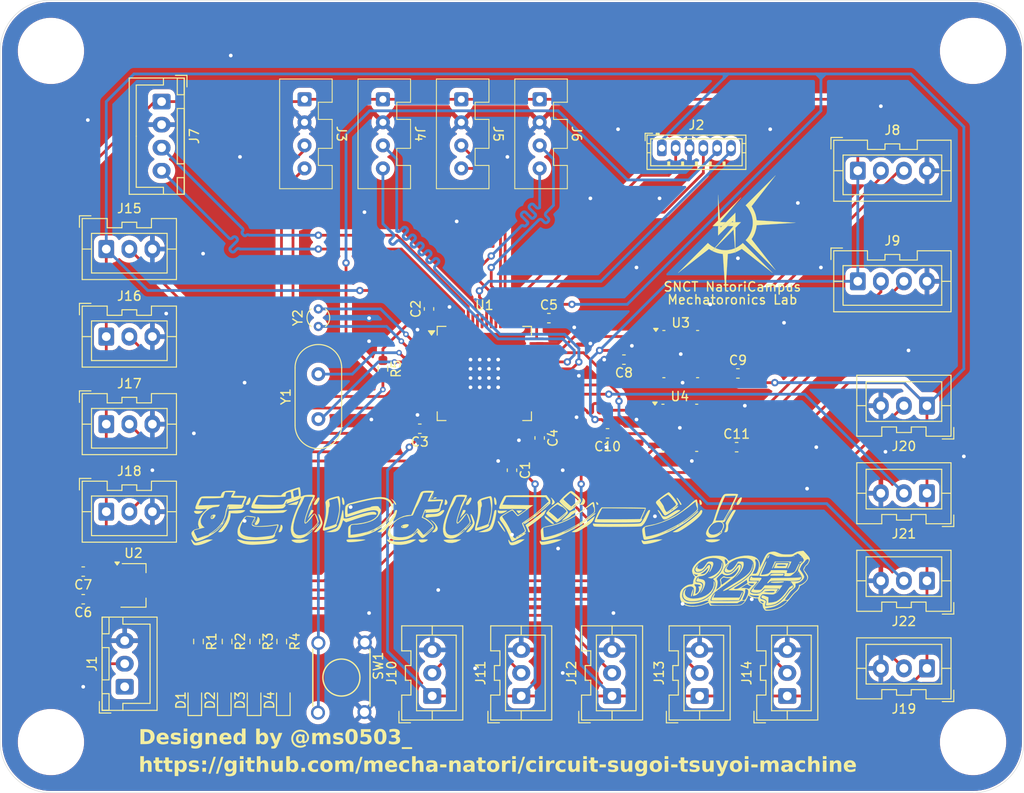
<source format=kicad_pcb>
(kicad_pcb (version 20241229) (generator "pcbnew") (generator_version "9.0")
  (layers (0 "F.Cu" signal) (2 "B.Cu" signal) (13 "F.Paste" user) (15 "B.Paste" user) (5 "F.SilkS" user "F.Silkscreen") (7 "B.SilkS" user "B.Silkscreen") (1 "F.Mask" user) (3 "B.Mask" user) (25 "Edge.Cuts" user))
  (net 0 "")
  (net 1 "NRST")
  (net 2 "GND")
  (net 3 "+5V")
  (net 4 "Net-(D1-A)")
  (net 5 "Net-(D2-A)")
  (net 6 "Net-(D3-A)")
  (net 7 "Net-(D4-A)")
  (net 9 "SWCLK")
  (net 10 "SWDIO")
  (net 11 "SWO")
  (net 12 "LPUART1_TX")
  (net 13 "LPUART1_RX")
  (net 14 "USART1_TX")
  (net 15 "USART1_RX")
  (net 16 "USART3_RX")
  (net 17 "USART3_TX")
  (net 18 "UART5_TX")
  (net 19 "UART5_RX")
  (net 20 "I2C1_SDA")
  (net 21 "DIN1")
  (net 22 "DIN2")
  (net 23 "DIN3")
  (net 24 "DIN4")
  (net 25 "DIN5")
  (net 26 "AIN1")
  (net 27 "AIN2")
  (net 28 "AIN3")
  (net 29 "AIN4")
  (net 30 "EXTI10")
  (net 31 "EXTI11")
  (net 32 "EXTI14")
  (net 33 "EXTI15")
  (net 34 "Net-(U1-PA4)")
  (net 35 "Net-(U1-PA5)")
  (net 36 "Net-(U1-PA6)")
  (net 37 "Net-(U1-PA7)")
  (net 40 "LSE_IN")
  (net 45 "LSE_OUT")
  (net 46 "HSE_IN")
  (net 48 "I2C1_SCL")
  (net 54 "HSE_OUT")
  (net 55 "+3.3V")
  (net 57 "CAN1_N")
  (net 58 "CAN1_P")
  (net 59 "CAN2_N")
  (net 60 "CAN2_P")
  (net 61 "FDCAN2_TX")
  (net 62 "FDCAN1_RX")
  (net 63 "FDCAN2_RX")
  (net 64 "FDCAN1_TX")
  (footprint "Capacitor_SMD:C_0603_1608Metric_Pad1.08x0.95mm_HandSolder" (layer "F.Cu") (at 145.5 86)
    (property "Reference" "C5")
    (property "Value" "0.1u")
  )
  (footprint "Connector_JST:JST_XA_B03B-XASK-1_1x03_P2.50mm_Vertical" (layer "F.Cu") (at 97.5 88)
    (property "Reference" "J16")
    (property "Value" "AIN2")
  )
  (footprint "Connector_JST:JST_XA_B03B-XASK-1_1x03_P2.50mm_Vertical" (layer "F.Cu") (at 142.5 127 90)
    (property "Reference" "J11")
    (property "Value" "DIN2")
  )
  (footprint "Capacitor_SMD:C_0603_1608Metric_Pad1.08x0.95mm_HandSolder" (layer "F.Cu") (at 141.5 102.5 -90)
    (property "Reference" "C1")
    (property "Value" "0.1u")
  )
  (footprint "Resistor_SMD:R_0603_1608Metric_Pad0.98x0.95mm_HandSolder" (layer "F.Cu") (at 107.5 121.0875 -90)
    (property "Reference" "R1")
    (property "Value" "100")
  )
  (footprint "Capacitor_SMD:C_0603_1608Metric_Pad1.08x0.95mm_HandSolder" (layer "F.Cu") (at 95 113.5 180)
    (property "Reference" "C7")
    (property "Value" "0.1u")
  )
  (footprint "Connector_JST:JST_XA_B03B-XASK-1_1x03_P2.50mm_Vertical" (layer "F.Cu") (at 186.5 105 180)
    (property "Reference" "J21")
    (property "Value" "EXTI3")
  )
  (footprint "Capacitor_SMD:C_0603_1608Metric_Pad1.08x0.95mm_HandSolder" (layer "F.Cu") (at 95 116.5 180)
    (property "Reference" "C6")
    (property "Value" "0.1u")
  )
  (footprint "circuit-sugoi-tsuyoi-machine:holeφ3.2" (layer "F.Cu") (at 191.5 132)
    (property "Reference" " ")
    (property "Value" "holeφ3.2")
  )
  (footprint "circuit-sugoi-tsuyoi-machine:DF1B-4P-2.5DSA" (layer "F.Cu") (at 127.5 66 -90)
    (property "Reference" "J4")
    (property "Value" "UART2")
  )
  (footprint "circuit-sugoi-tsuyoi-machine:holeφ3.2" (layer "F.Cu") (at 91.5 57)
    (property "Reference" " ")
    (property "Value" "holeφ3.2")
  )
  (footprint "circuit-sugoi-tsuyoi-machine:32gou" (layer "F.Cu") (at 166.75 114.5)
    (property "Reference" "G***")
    (property "Value" "LOGO" (hide yes))
  )
  (footprint "Connector_JST:JST_XA_B03B-XASK-1_1x03_P2.50mm_Vertical" (layer "F.Cu") (at 171.35 127 90)
    (property "Reference" "J14")
    (property "Value" "DIN5")
  )
  (footprint "Connector_JST:JST_XA_B03B-XASK-1_1x03_P2.50mm_Vertical" (layer "F.Cu") (at 97.5 107)
    (property "Reference" "J18")
    (property "Value" "AIN4")
  )
  (footprint "Capacitor_SMD:C_0603_1608Metric_Pad1.08x0.95mm_HandSolder" (layer "F.Cu") (at 151.8625 98.5 180)
    (property "Reference" "C10")
    (property "Value" "0.1u")
  )
  (footprint "Package_SO:SOIC-8-1EP_3.9x4.9mm_P1.27mm_EP2.95x4.9mm_Mask2.71x3.4mm" (layer "F.Cu") (at 159.7 97.9)
    (property "Reference" "U4")
    (property "Value" "TJA1441AT")
  )
  (footprint "Crystal:Crystal_C26-LF_D2.1mm_L6.5mm_Vertical" (layer "F.Cu") (at 120.5 86.9 90)
    (property "Reference" "Y2")
    (property "Value" "LSE")
  )
  (footprint "circuit-sugoi-tsuyoi-machine:LOGO" (layer "F.Cu") (at 165.5 77)
    (property "Reference" "G***" (hide yes))
    (property "Value" "LOGO" (hide yes))
  )
  (footprint "Connector_JST:JST_XH_B4B-XH-A_1x04_P2.50mm_Vertical" (layer "F.Cu") (at 103.5 62.5 -90)
    (property "Reference" "J7")
    (property "Value" "I2C")
  )
  (footprint "Capacitor_SMD:C_0603_1608Metric_Pad1.08x0.95mm_HandSolder" (layer "F.Cu") (at 144.5 99 -90)
    (property "Reference" "C4")
    (property "Value" "0.1u")
  )
  (footprint "Capacitor_SMD:C_0603_1608Metric_Pad1.08x0.95mm_HandSolder" (layer "F.Cu") (at 166 92)
    (property "Reference" "C9")
    (property "Value" "0.1u")
  )
  (footprint "circuit-sugoi-tsuyoi-machine:holeφ3.2" (layer "F.Cu") (at 191.5 57)
    (property "Reference" " ")
    (property "Value" "holeφ3.2")
  )
  (footprint "Package_SO:SOIC-8-1EP_3.9x4.9mm_P1.27mm_EP2.95x4.9mm_Mask2.71x3.4mm" (layer "F.Cu") (at 159.8 89.9)
    (property "Reference" "U3")
    (property "Value" "TJA1441AT")
  )
  (footprint "circuit-sugoi-tsuyoi-machine:DF1B-4P-2.5DSA" (layer "F.Cu") (at 119 66 -90)
    (property "Reference" "J3")
    (property "Value" "UART1")
  )
  (footprint "Connector_JST:JST_XA_B03B-XASK-1_1x03_P2.50mm_Vertical" (layer "F.Cu") (at 186.5 95.5 180)
    (property "Reference" "J20")
    (property "Value" "EXTI2")
  )
  (footprint "Package_QFP:LQFP-64_10x10mm_P0.5mm" (layer "F.Cu") (at 138.5 92)
    (property "Reference" "U1")
    (property "Value" "STM32G473RBTx")
  )
  (footprint "Connector_JST:JST_XH_B3B-XH-A_1x03_P2.50mm_Vertical" (layer "F.Cu") (at 99.5 126 90)
    (property "Reference" "J1")
    (property "Value" "PWR")
  )
  (footprint "circuit-sugoi-tsuyoi-machine:holeφ3.2" (layer "F.Cu") (at 91.5 132)
    (property "Reference" " ")
    (property "Value" "holeφ3.2")
  )
  (footprint "Connector_JST:JST_XA_B04B-XASK-1_1x04_P2.50mm_Vertical" (layer "F.Cu") (at 179 70)
    (property "Reference" "J8")
    (property "Value" "CAN1")
  )
  (footprint "Connector_JST:JST_ZH_B6B-ZR_1x06_P1.50mm_Vertical" (layer "F.Cu") (at 157.75 67.55)
    (property "Reference" "J2")
    (property "Value" "ST-LINK")
  )
  (footprint "Capacitor_SMD:C_0603_1608Metric_Pad1.08x0.95mm_HandSolder" (layer "F.Cu") (at 153.6375 90.5 180)
    (property "Reference" "C8")
    (property "Value" "0.1u")
  )
  (footprint "Connector_JST:JST_XA_B03B-XASK-1_1x03_P2.50mm_Vertical" (layer "F.Cu") (at 152.35 127 90)
    (property "Reference" "J12")
    (property "Value" "DIN3")
  )
  (footprint "Connector_JST:JST_XA_B04B-XASK-1_1x04_P2.50mm_Vertical" (layer "F.Cu") (at 179 82)
    (property "Reference" "J9")
    (property "Value" "CAN2")
  )
  (footprint "circuit-sugoi-tsuyoi-machine:tact" (layer "F.Cu") (at 123 125 -90)
    (property "Reference" "SW1")
    (property "Value" "SW_MEC_5E")
  )
  (footprint "Connector_JST:JST_XA_B03B-XASK-1_1x03_P2.50mm_Vertical" (layer "F.Cu") (at 161.85 127 90)
    (property "Reference" "J13")
    (property "Value" "DIN4")
  )
  (footprint "Capacitor_SMD:C_0603_1608Metric_Pad1.08x0.95mm_HandSolder" (layer "F.Cu") (at 132.5 85 90)
    (property "Reference" "C2")
    (property "Value" "0.1u")
  )
  (footprint "Connector_JST:JST_XA_B03B-XASK-1_1x03_P2.50mm_Vertical" (layer "F.Cu") (at 97.5 78.5)
    (property "Reference" "J15")
    (property "Value" "AIN1")
  )
  (footprint "Package_TO_SOT_SMD:SOT-89-3" (layer "F.Cu") (at 100.45 115)
    (property "Reference" "U2")
    (property "Value" "AP130-33Y")
  )
  (footprint "Connector_JST:JST_XA_B03B-XASK-1_1x03_P2.50mm_Vertical" (layer "F.Cu") (at 97.5 97.5)
    (property "Reference" "J17")
    (property "Value" "AIN3")
  )
  (footprint "LED_SMD:LED_0603_1608Metric_Pad1.05x0.95mm_HandSolder" (layer "F.Cu") (at 113.53 127.4625 90)
    (property "Reference" "D3")
    (property "Value" "LED_YELLOW")
  )
  (footprint "Capacitor_SMD:C_0603_1608Metric_Pad1.08x0.95mm_HandSolder" (layer "F.Cu") (at 165.8625 100)
    (property "Reference" "C11")
    (property "Value" "0.1u")
  )
  (footprint "circuit-sugoi-tsuyoi-machine:sugoi-tsuyoi-machine" (layer "F.Cu") (at 136.5 107.5)
    (property "Reference" "G***")
    (property "Value" "LOGO" (hide yes))
  )
  (footprint "Resistor_SMD:R_0603_1608Metric_Pad0.98x0.95mm_HandSolder" (layer "F.Cu") (at 113.61 121.0875 -90)
    (property "Reference" "R3")
    (property "Value" "100")
  )
  (footprint "Resistor_SMD:R_0603_1608Metric_Pad0.98x0.95mm_HandSolder" (layer "F.Cu") (at 110.6 121.0875 -90)
    (property "Reference" "R2")
    (property "Value" "100")
  )
  (footprint "Capacitor_SMD:C_0603_1608Metric_Pad1.08x0.95mm_HandSolder" (layer "F.Cu") (at 131.5 98 180)
    (property "Reference" "C3")
    (property "Value" "0.1u")
  )
  (footprint "Connector_JST:JST_XA_B03B-XASK-1_1x03_P2.50mm_Vertical" (layer "F.Cu") (at 186.5 124 180)
    (property "Reference" "J19")
    (property "Value" "EXTI1")
  )
  (footprint "Connector_JST:JST_XA_B03B-XASK-1_1x03_P2.50mm_Vertical" (layer "F.Cu") (at 132.85 127 90)
    (property "Reference" "J10")
    (property "Value" "DIN1")
  )
  (footprint "Resistor_SMD:R_0603_1608Metric_Pad0.98x0.95mm_HandSolder" (layer "F.Cu") (at 116.53 121.0875 -90)
    (property "Reference" "R4")
    (property "Value" "100")
  )
  (footprint "Crystal:Crystal_HC49-U_Vertical" (layer "F.Cu") (at 120.5 96.95 90)
    (property "Reference" "Y1")
    (property "Value" "HSE")
  )
  (footprint "LED_SMD:LED_0603_1608Metric_Pad1.05x0.95mm_HandSolder" (layer "F.Cu") (at 107.1 127.4625 90)
    (property "Reference" "D1")
    (property "Value" "LED_RED")
  )
  (footprint "LED_SMD:LED_0603_1608Metric_Pad1.05x0.95mm_HandSolder" (layer "F.Cu") (at 116.7 127.4625 90)
    (property "Reference" "D4")
    (property "Value" "LED_GREEN")
  )
  (footprint "LED_SMD:LED_0603_1608Metric_Pad1.05x0.95mm_HandSolder" (layer "F.Cu") (at 110.3 127.4625 90)
    (property "Reference" "D2")
    (property "Value" "LED_ORANGE")
  )
  (footprint "circuit-sugoi-tsuyoi-machine:DF1B-4P-2.5DSA" (layer "F.Cu") (at 136 66 -90)
    (property "Reference" "J5")
    (property "Value" "UART3")
  )
  (footprint "circuit-sugoi-tsuyoi-machine:DF1B-4P-2.5DSA" (layer "F.Cu") (at 144.5 66 -90)
    (property "Reference" "J6")
    (property "Value" "UART4")
  )
  (footprint "Resistor_SMD:R_0603_1608Metric_Pad0.98x0.95mm_HandSolder" (layer "F.Cu") (at 127.5 91.5 -90)
    (property "Reference" "R5")
    (property "Value" "1k")
  )
  (footprint "Connector_JST:JST_XA_B03B-XASK-1_1x03_P2.50mm_Vertical" (layer "F.Cu") (at 186.5 114.5 180)
    (property "Reference" "J22")
    (property "Value" "EXTI4")
  )
  (gr_line (start 197 57) (end 197 132) (stroke (width 0.05)) (layer "Edge.Cuts"))
  (gr_arc (start 91.5 137.5) (mid 87.610913 135.889087) (end 86 132) (stroke (width 0.05)) (layer "Edge.Cuts"))
  (gr_line (start 191.5 137.5) (end 91.5 137.5) (stroke (width 0.05)) (layer "Edge.Cuts"))
  (gr_arc (start 191.5 51.5) (mid 195.389087 53.110913) (end 197 57) (stroke (width 0.05)) (layer "Edge.Cuts"))
  (gr_line (start 86 132) (end 86 57) (stroke (width 0.05)) (layer "Edge.Cuts"))
  (gr_arc (start 86 57) (mid 87.610913 53.110913) (end 91.5 51.5) (stroke (width 0.05)) (layer "Edge.Cuts"))
  (gr_arc (start 197 132) (mid 195.389087 135.889087) (end 191.5 137.5) (stroke (width 0.05)) (layer "Edge.Cuts"))
  (gr_line (start 91.5 51.5) (end 191.5 51.5) (stroke (width 0.05)) (layer "Edge.Cuts"))
  (gr_text "https://github.com/mecha-natori/circuit-sugoi-tsuyoi-machine" (at 101 135.5 0) (layer "F.SilkS") (effects (font (size 1.6 1.6) (thickness 0.3) (bold yes)) (justify left bottom)))
  (gr_text "Designed by @ms0503_" (at 101 132.5 0) (layer "F.SilkS") (effects (font (size 1.6 1.6) (thickness 0.3) (bold yes)) (justify left bottom)))
  (segment (start 128.5875 92.4125) (end 129.75 91.25) (width 0.3) (layer "F.Cu") (net 1))
  (segment (start 127.5 92.4125) (end 128.5875 92.4125) (width 0.3) (layer "F.Cu") (net 1))
  (segment (start 123.5 88.4125) (end 123.5 80) (width 0.3) (layer "F.Cu") (net 1))
  (segment (start 127.5 92.4125) (end 123.5 88.4125) (width 0.3) (layer "F.Cu") (net 1))
  (segment (start 129.75 91.25) (end 132.825 91.25) (width 0.3) (layer "F.Cu") (net 1))
  (segment (start 127.5 92.4125) (end 127.5 93.75) (width 0.3) (layer "F.Cu") (net 1))
  (via (at 127.5 93.75) (size 0.6) (drill 0.3) (layers "F.Cu" "B.Cu") (net 1))
  (via (at 123.5 80) (size 0.8) (drill 0.4) (layers "F.Cu" "B.Cu") (net 1))
  (segment (start 120.5 100.75) (end 120.5 121.25) (width 0.3) (layer "B.Cu") (net 1))
  (segment (start 127.5 93.75) (end 120.5 100.75) (width 0.3) (layer "B.Cu") (net 1))
  (segment (start 123.5 66.060854) (end 126.060854 63.5) (width 0.3) (layer "B.Cu") (net 1))
  (segment (start 123.5 80) (end 123.5 66.060854) (width 0.3) (layer "B.Cu") (net 1))
  (segment (start 120.5 128.77) (end 120.46 128.81) (width 0.3) (layer "B.Cu") (net 1))
  (segment (start 126.060854 63.5) (end 146.5 63.5) (width 0.3) (layer "B.Cu") (net 1))
  (segment (start 120.5 121.25) (end 120.5 128.77) (width 0.3) (layer "B.Cu") (net 1))
  (segment (start 146.5 63.5) (end 154 71) (width 0.3) (layer "B.Cu") (net 1))
  (segment (start 163.75 67.9) (end 163.75 67.55) (width 0.3) (layer "B.Cu") (net 1))
  (segment (start 154 71) (end 160.65 71) (width 0.3) (layer "B.Cu") (net 1))
  (segment (start 160.65 71) (end 163.75 67.9) (width 0.3) (layer "B.Cu") (net 1))
  (segment (start 154.765 89.265) (end 154.5 89) (width 0.3) (layer "F.Cu") (net 2))
  (segment (start 131.25 96.229902) (end 131.5 95.979902) (width 0.3) (layer "F.Cu") (net 2))
  (segment (start 134.719669 84.780331) (end 134.780331 84.780331) (width 0.3) (layer "F.Cu") (net 2))
  (segment (start 140 99.75) (end 139.75 99.5) (width 0.3) (layer "F.Cu") (net 2))
  (segment (start 142.25 99.25) (end 141.75 98.75) (width 0.3) (layer "F.Cu") (net 2))
  (segment (start 135.25 85.25) (end 135.25 86.325) (width 0.3) (layer "F.Cu") (net 2))
  (segment (start 152.775 90.5) (end 151.5 90.5) (width 0.3) (layer "F.Cu") (net 2))
  (segment (start 131.75 95.25) (end 132.825 95.25) (width 0.3) (layer "F.Cu") (net 2))
  (segment (start 157.325 89.265) (end 154.765 89.265) (width 0.3) (layer "F.Cu") (net 2))
  (segment (start 141.75 98.75) (end 141.75 97.675) (width 0.3) (layer "F.Cu") (net 2))
  (segment (start 131.5 95.979902) (end 131.5 95.5) (width 0.3) (layer "F.Cu") (net 2))
  (segment (start 140 101.5) (end 140 99.75) (width 0.3) (layer "F.Cu") (net 2))
  (segment (start 134.780331 84.780331) (end 135.25 85.25) (width 0.3) (layer "F.Cu") (net 2))
  (segment (start 131.25 96.5) (end 131.25 96.229902) (width 0.3) (layer "F.Cu") (net 2))
  (segment (start 144.175 88.75) (end 146.5 88.75) (width 0.3) (layer "F.Cu") (net 2))
  (segment (start 131.5 95.5) (end 131.75 95.25) (width 0.3) (layer "F.Cu") (net 2))
  (segment (start 146.5 88.75) (end 148.25 87) (width 0.3) (layer "F.Cu") (net 2))
  (segment (start 139.75 99.5) (end 139.75 97.675) (width 0.3) (layer "F.Cu") (net 2))
  (via (at 140 93.5) (size 0.8) (drill 0.4) (layers "F.Cu" "B.Cu") (net 2))
  (via (at 147 102.5) (size 0.8) (drill 0.4) (layers "F.Cu" "B.Cu") (net 2))
  (via (at 140 90.5) (size 0.8) (drill 0.4) (layers "F.Cu" "B.Cu") (net 2))
  (via (at 107 98.5) (size 0.8) (drill 0.4) (layers "F.Cu" "B.Cu") (net 2))
  (via (at 151.75 100) (size 0.8) (drill 0.4) (layers "F.Cu" "B.Cu") (net 2))
  (via (at 139 93.5) (size 0.8) (drill 0.4) (layers "F.Cu" "B.Cu") (net 2))
  (via (at 140 91.5) (size 0.8) (drill 0.4) (layers "F.Cu" "B.Cu") (net 2))
  (via (at 138 92.5) (size 0.8) (drill 0.4) (layers "F.Cu" "B.Cu") (net 2))
  (via (at 139 92.5) (size 0.8) (drill 0.4) (layers "F.Cu" "B.Cu") (net 2))
  (via (at 190.5 101) (size 0.8) (drill 0.4) (layers "F.Cu" "B.Cu") (net 2))
  (via (at 139 90.5) (size 0.8) (drill 0.4) (layers "F.Cu" "B.Cu") (net 2))
  (via (at 153 65.5) (size 0.8) (drill 0.4) (layers "F.Cu" "B.Cu") (net 2))
  (via (at 102.5 102.5) (size 0.8) (drill 0.4) (layers "F.Cu" "B.Cu") (net 2))
  (via (at 148.25 87) (size 0.8) (drill 0.4) (layers "F.Cu" "B.Cu") (net 2))
  (via (at 171 86.5) (size 0.8) (drill 0.4) (layers "F.Cu" "B.Cu") (net 2))
  (via (at 104 85.5) (size 0.8) (drill 0.4) (layers "F.Cu" "B.Cu") (net 2))
  (via (at 154.5 89) (size 0.8) (drill 0.4) (layers "F.Cu" "B.Cu") (net 2))
  (via (at 150 73) (size 0.8) (drill 0.4) (layers "F.Cu" "B.Cu") (net 2))
  (via (at 159.8 89.9) (size 0.8) (drill 0.4) (layers "F.Cu" "B.Cu") (net 2))
  (via (at 95 126) (size 0.8) (drill 0.4) (layers "F.Cu" "B.Cu") (net 2))
  (via (at 140 92.5) (size 0.8) (drill 0.4) (layers "F.Cu" "B.Cu") (net 2))
  (via (at 138 90.5) (size 0.8) (drill 0.4) (layers "F.Cu" "B.Cu") (net 2))
  (via (at 126 86) (size 0.8) (drill 0.4) (layers "F.Cu" "B.Cu") (net 2))
  (via (at 126 118) (size 0.8) (drill 0.4) (layers "F.Cu" "B.Cu") (net 2))
  (via (at 174.5 100) (size 0.8) (drill 0.4) (layers "F.Cu" "B.Cu") (net 2))
  (via (at 157.5 73) (size 0.8) (drill 0.4) (layers "F.Cu" "B.Cu") (net 2))
  (via (at 137.5 124) (size 0.8) (drill 0.4) (layers "F.Cu" "B.Cu") (net 2))
  (via (at 126 88.5) (size 0.8) (drill 0.4) (layers "F.Cu" "B.Cu") (net 2))
  (via (at 125.5 74.5) (size 0.8) (drill 0.4) (layers "F.Cu" "B.Cu") (net 2))
  (via (at 131.25 96.5) (size 0.8) (drill 0.4) (layers "F.Cu" "B.Cu") (net 2))
  (via (at 142.25 99.25) (size 0.8) (drill 0.4) (layers "F.Cu" "B.Cu") (net 2))
  (via (at 160 117) (size 0.8) (drill 0.4) (layers "F.Cu" "B.Cu") (net 2))
  (via (at 140 101.5) (size 0.8) (drill 0.4) (layers "F.Cu" "B.Cu") (net 2))
  (via (at 151.5 90.5) (size 0.8) (drill 0.4) (layers "F.Cu" "B.Cu") (net 2))
  (via (at 157 107.5) (size 0.8) (drill 0.4) (layers "F.Cu" "B.Cu") (net 2))
  (via (at 155 97) (size 0.8) (drill 0.4) (layers "F.Cu" "B.Cu") (net 2))
  (via (at 161 101.5) (size 0.8) (drill 0.4) (layers "F.Cu" "B.Cu") (net 2))
  (via (at 173.5 104.5) (size 0.8) (drill 0.4) (layers "F.Cu" "B.Cu") (net 2))
  (via (at 133.5 115.5) (size 0.8) (drill 0.4) (layers "F.Cu" "B.Cu") (net 2))
  (via (at 137 91.5) (size 0.8) (drill 0.4) (layers "F.Cu" "B.Cu") (net 2))
  (via (at 155 80.5) (size 0.8) (drill 0.4) (layers "F.Cu" "B.Cu") (net 2))
  (via (at 137 90.5) (size 0.8) (drill 0.4) (layers "F.Cu" "B.Cu") (net 2))
  (via (at 108 79) (size 0.8) (drill 0.4) (layers "F.Cu" "B.Cu") (net 2))
  (via (at 131.25 87.25) (size 0.8) (drill 0.4) (layers "F.Cu" "B.Cu") (net 2))
  (via (at 182 100.5) (size 0.8) (drill 0.4) (layers "F.Cu" "B.Cu") (net 2))
  (via (at 166 79.5) (size 0.8) (drill 0.4) (layers "F.Cu" "B.Cu") (net 2))
  (via (at 184.5 89.5) (size 0.8) (drill 0.4) (layers "F.Cu" "B.Cu") (net 2))
  (via (at 134.719669 84.780331) (size 0.8) (drill 0.4) (layers "F.Cu" "B.Cu") (net 2))
  (via (at 138 91.5) (size 0.8) (drill 0.4) (layers "F.Cu" "B.Cu") (net 2))
  (via (at 150 88.75) (size 0.8) (drill 0.4) (layers "F.Cu" "B.Cu") (net 2))
  (via (at 159.7 97.9) (size 0.8) (drill 0.4) (layers "F.Cu" "B.Cu") (net 2))
  (via (at 147 124.5) (size 0.8) (drill 0.4) (layers "F.Cu" "B.Cu") (net 2))
  (via (at 141.5 109.5) (size 0.8) (drill 0.4) (layers "F.Cu" "B.Cu") (net 2))
  (via (at 135.5 75.5) (size 0.8) (drill 0.4) (layers "F.Cu" "B.Cu") (net 2))
  (via (at 175 80.5) (size 0.8) (drill 0.4) (layers "F.Cu" "B.Cu") (net 2))
  (via (at 137 93.5) (size 0.8) (drill 0.4) (layers "F.Cu" "B.Cu") (net 2))
  (via (at 138 93.5) (size 0.8) (drill 0.4) (layers "F.Cu" "B.Cu") (net 2))
  (via (at 148.75 92.25) (size 0.8) (drill 0.4) (layers "F.Cu" "B.Cu") (net 2))
  (via (at 124 106.5) (size 0.8) (drill 0.4) (layers "F.Cu" "B.Cu") (net 2))
  (via (at 95.5 64.5) (size 0.8) (drill 0.4) (layers "F.Cu" "B.Cu") (net 2))
  (via (at 137 92.5) (size 0.8) (drill 0.4) (layers "F.Cu" "B.Cu") (net 2))
  (via (at 126.25 97) (size 0.8) (drill 0.4) (layers "F.Cu" "B.Cu") (net 2))
  (via (at 152.5 118) (size 0.8) (drill 0.4) (layers "F.Cu" "B.Cu") (net 2))
  (via (at 141 68.5) (size 0.8) (drill 0.4) (layers "F.Cu" "B.Cu") (net 2))
  (via (at 163 84.5) (size 0.8) (drill 0.4) (layers "F.Cu" "B.Cu") (net 2))
  (via (at 166.75 95.5) (size 0.8) (drill 0.4) (layers "F.Cu" "B.Cu") (net 2))
  (via (at 169.5 65.5) (size 0.8) (drill 0.4) (layers "F.Cu" "B.Cu") (net 2))
  (via (at 112.5 108) (size 0.8) (drill 0.4) (layers "F.Cu" "B.Cu") (net 2))
  (via (at 172.5 73.5) (size 0.8) (drill 0.4) (layers "F.Cu" "B.Cu") (net 2))
  (via (at 160 93) (size 0.8) (drill 0.4) (layers "F.Cu" "B.Cu") (net 2))
  (via (at 146.5 111) (size 0.8) (drill 0.4) (layers "F.Cu" "B.Cu") (net 2))
  (via (at 139 91.5) (size 0.8) (drill 0.4) (layers "F.Cu" "B.Cu") (net 2))
  (via (at 167.5 116.5) (size 0.8) (drill 0.4) (layers "F.Cu" "B.Cu") (net 2))
  (via (at 112.5 93) (size 0.8) (drill 0.4) (layers "F.Cu" "B.Cu") (net 2))
  (via (at 111 57.5) (size 0.8) (drill 0.4) (layers "F.Cu" "B.Cu") (net 2))
  (via (at 181.5 63) (size 0.8) (drill 0.4) (layers "F.Cu" "B.Cu") (net 2))
  (via (at 112 68.5) (size 0.8) (drill 0.4) (layers "F.Cu" "B.Cu") (net 2))
  (via (at 148.5 96.75) (size 0.8) (drill 0.4) (layers "F.Cu" "B.Cu") (net 2))
  (segment (start 95.5 121.5) (end 95.6125 121.5) (width 0.3) (layer "F.Cu") (net 3))
  (segment (start 136 62.25) (end 144.5 62.25) (width 0.3) (layer "F.Cu") (net 3))
  (segment (start 95.25 121.25) (end 92.5 118.5) (width 0.3) (layer "F.Cu") (net 3))
  (segment (start 144.5 62.25) (end 176.000813 62.25) (width 0.3) (layer "F.Cu") (net 3))
  (segment (start 154.535 90.535) (end 154.5 90.5) (width 0.3) (layer "F.Cu") (net 3))
  (segment (start 153.5 98.5) (end 153.535 98.535) (width 0.3) (layer "F.Cu") (net 3))
  (segment (start 95.25 121.25) (end 95.5 121.5) (width 0.3) (layer "F.Cu") (net 3))
  (segment (start 95.5 121.5) (end 95.8625 121.8625) (width 0.3) (layer "F.Cu") (net 3))
  (segment (start 92.5 72.75) (end 102.75 62.5) (width 0.3) (layer "F.Cu") (net 3))
  (segment (start 95.8625 119.8625) (end 95.8625 116.5) (width 0.3) (layer "F.Cu") (net 3))
  (segment (start 95.6125 121.5) (end 95.8625 121.25) (width 0.3) (layer "F.Cu") (net 3))
  (segment (start 95.8625 121.8625) (end 95.8625 121.25) (width 0.3) (layer "F.Cu") (net 3))
  (segment (start 176.000813 62.25) (end 179 65.249187) (width 0.3) (layer "F.Cu") (net 3))
  (segment (start 99.5 123.5) (end 97.5 123.5) (width 0.3) (layer "F.Cu") (net 3))
  (segment (start 92.5 118.5) (end 92.5 72.75) (width 0.3) (layer "F.Cu") (net 3))
  (segment (start 154.5 90.5) (end 153.5 89.5) (width 0.3) (layer "F.Cu") (net 3))
  (segment (start 179 65.249187) (end 179 70) (width 0.3) (layer "F.Cu") (net 3))
  (segment (start 97.5 123.5) (end 95.8625 121.8625) (width 0.3) (layer "F.Cu") (net 3))
  (segment (start 95.8625 121.25) (end 95.8625 119.8625) (width 0.3) (layer "F.Cu") (net 3))
  (segment (start 102.75 62.5) (end 103.5 62.5) (width 0.3) (layer "F.Cu") (net 3))
  (segment (start 153.5 89.5) (end 151 89.5) (width 0.3) (layer "F.Cu") (net 3))
  (segment (start 150.5 97) (end 151.225 97) (width 0.3) (layer "F.Cu") (net 3))
  (segment (start 152.725 98.5) (end 153.5 98.5) (width 0.3) (layer "F.Cu") (net 3))
  (segment (start 118.75 62.5) (end 119 62.25) (width 0.3) (layer "F.Cu") (net 3))
  (segment (start 95.8625 116.5) (end 98.5 116.5) (width 0.3) (layer "F.Cu") (net 3))
  (segment (start 127.5 62.25) (end 136 62.25) (width 0.3) (layer "F.Cu") (net 3))
  (segment (start 157.325 90.535) (end 154.535 90.535) (width 0.3) (layer "F.Cu") (net 3))
  (segment (start 103.5 62.5) (end 118.75 62.5) (width 0.3) (layer "F.Cu") (net 3))
  (segment (start 151.225 97) (end 152.725 98.5) (width 0.3) (layer "F.Cu") (net 3))
  (segment (start 153.535 98.535) (end 157.225 98.535) (width 0.3) (layer "F.Cu") (net 3))
  (segment (start 119 62.25) (end 127.5 62.25) (width 0.3) (layer "F.Cu") (net 3))
  (segment (start 95.8625 121.25) (end 95.25 121.25) (width 0.3) (layer "F.Cu") (net 3))
  (via (at 151 89.5) (size 0.8) (drill 0.4) (layers "F.Cu" "B.Cu") (net 3))
  (via (at 150.5 97) (size 0.8) (drill 0.4) (layers "F.Cu" "B.Cu") (net 3))
  (segment (start 179 82) (end 179 70) (width 0.3) (layer "B.Cu") (net 3))
  (segment (start 179 82) (end 158.5 82) (width 0.3) (layer "B.Cu") (net 3))
  (segment (start 150 90.5) (end 151 89.5) (width 0.3) (layer "B.Cu") (net 3))
  (segment (start 150 96.5) (end 150 90.5) (width 0.3) (layer "B.Cu") (net 3))
  (segment (start 158.5 82) (end 151 89.5) (width 0.3) (layer "B.Cu") (net 3))
  (segment (start 150.5 97) (end 150 96.5) (width 0.3) (layer "B.Cu") (net 3))
  (segment (start 107.5 126.3475) (end 107.26 126.5875) (width 0.3) (layer "F.Cu") (net 4))
  (segment (start 107.5 122) (end 107.5 126.3475) (width 0.3) (layer "F.Cu") (net 4))
  (segment (start 110.6 122) (end 110.6 126.4275) (width 0.3) (layer "F.Cu") (net 5))
  (segment (start 110.6 126.4275) (end 110.44 126.5875) (width 0.3) (layer "F.Cu") (net 5))
  (segment (start 113.61 126.5075) (end 113.53 126.5875) (width 0.3) (layer "F.Cu") (net 6))
  (segment (start 113.61 122) (end 113.61 126.5075) (width 0.3) (layer "F.Cu") (net 6))
  (segment (start 116.53 126.5175) (end 116.6 126.5875) (width 0.3) (layer "F.Cu") (net 7))
  (segment (start 116.53 122) (end 116.53 126.5175) (width 0.3) (layer "F.Cu") (net 7))
  (segment (start 141.75 84.25) (end 155.5 70.5) (width 0.3) (layer "F.Cu") (net 9))
  (segment (start 158.5 70.5) (end 159.25 69.75) (width 0.3) (layer "F.Cu") (net 9))
  (segment (start 159.25 69.75) (end 159.25 67.55) (width 0.3) (layer "F.Cu") (net 9))
  (segment (start 155.5 70.5) (end 158.5 70.5) (width 0.3) (layer "F.Cu") (net 9))
  (segment (start 141.75 86.325) (end 141.75 84.25) (width 0.3) (layer "F.Cu") (net 9))
  (segment (start 158 74.5) (end 162.25 70.25) (width 0.3) (layer "F.Cu") (net 10))
  (segment (start 142.25 86.325) (end 142.25 85.75) (width 0.3) (layer "F.Cu") (net 10))
  (segment (start 153.5 74.5) (end 158 74.5) (width 0.3) (layer "F.Cu") (net 10))
  (segment (start 142.25 85.75) (end 153.5 74.5) (width 0.3) (layer "F.Cu") (net 10))
  (segment (start 162.25 70.25) (end 162.25 67.55) (width 0.3) (layer "F.Cu") (net 10))
  (segment (start 138.75 84.5) (end 138.75 86.325) (width 0.3) (layer "F.Cu") (net 11))
  (segment (start 137.969669 83.030331) (end 137.969669 83.719669) (width 0.3) (layer "F.Cu") (net 11))
  (segment (start 137.969669 83.719669) (end 138.75 84.5) (width 0.3) (layer "F.Cu") (net 11))
  (via (at 137.969669 83.030331) (size 0.8) (drill 0.4) (layers "F.Cu" "B.Cu") (net 11))
  (segment (start 165.25 67.9) (end 165.25 67.55) (width 0.3) (layer "B.Cu") (net 11))
  (segment (start 139 82) (end 151.15 82) (width 0.3) (layer "B.Cu") (net 11))
  (segment (start 151.15 82) (end 165.25 67.9) (width 0.3) (layer "B.Cu") (net 11))
  (segment (start 137.969669 83.030331) (end 139 82) (width 0.3) (layer "B.Cu") (net 11))
  (segment (start 116.5 70.25) (end 116.5 72.466042) (width 0.3) (layer "F.Cu") (net 12))
  (segment (start 131 92.25) (end 132.825 92.25) (width 0.3) (layer "F.Cu") (net 12))
  (segment (start 116.5 73.546042) (end 116.5 73.666042) (width 0.3) (layer "F.Cu") (net 12))
  (segment (start 119 67.75) (end 116.5 70.25) (width 0.3) (layer "F.Cu") (net 12))
  (segment (start 116.000352 73.306042) (end 116.26 73.306042) (width 0.3) (layer "F.Cu") (net 12))
  (segment (start 119 67.25) (end 119 67.75) (width 0.3) (layer "F.Cu") (net 12))
  (segment (start 127.5 95.75) (end 131 92.25) (width 0.3) (layer "F.Cu") (net 12))
  (segment (start 116.26 72.706042) (end 116.000352 72.706042) (width 0.3) (layer "F.Cu") (net 12))
  (segment (start 116.5 76.205377) (end 116.5 93.5) (width 0.3) (layer "F.Cu") (net 12))
  (segment (start 115.760352 72.946042) (end 115.760352 73.066042) (width 0.3) (layer "F.Cu") (net 12))
  (segment (start 116.5 73.666042) (end 116.5 76.205377) (width 0.3) (layer "F.Cu") (net 12))
  (segment (start 118.75 95.75) (end 127.5 95.75) (width 0.3) (layer "F.Cu") (net 12))
  (segment (start 116.5 93.5) (end 118.75 95.75) (width 0.3) (layer "F.Cu") (net 12))
  (arc (start 116.26 73.306042) (mid 116.429706 73.376336) (end 116.5 73.546042) (width 0.3) (layer "F.Cu") (net 12))
  (arc (start 116.000352 72.706042) (mid 115.830646 72.776336) (end 115.760352 72.946042) (width 0.3) (layer "F.Cu") (net 12))
  (arc (start 116.5 72.466042) (mid 116.429706 72.635748) (end 116.26 72.706042) (width 0.3) (layer "F.Cu") (net 12))
  (arc (start 115.760352 73.066042) (mid 115.830646 73.235748) (end 116.000352 73.306042) (width 0.3) (layer "F.Cu") (net 12))
  (segment (start 117.75 74.025383) (end 118.373259 74.025383) (width 0.3) (layer "F.Cu") (net 13))
  (segment (start 117.99 73.425383) (end 117.75 73.425383) (width 0.3) (layer "F.Cu") (net 13))
  (segment (start 117.99 72.825383) (end 118.373281 72.825383) (width 0.3) (layer "F.Cu") (net 13))
  (segment (start 118.613281 73.065383) (end 118.613281 73.185383) (width 0.3) (layer "F.Cu") (net 13))
  (segment (start 117.376726 75.225383) (end 117.75 75.225383) (width 0.3) (layer "F.Cu") (net 13))
  (segment (start 118.373281 73.425383) (end 117.99 73.425383) (width 0.3) (layer "F.Cu") (net 13))
  (segment (start 117.75 76.065383) (end 117.75 76.185383) (width 0.3) (layer "F.Cu") (net 13))
  (segment (start 130.5 91.75) (end 132.825 91.75) (width 0.3) (layer "F.Cu") (net 13))
  (segment (start 117.75 93) (end 119.25 94.5) (width 0.3) (layer "F.Cu") (net 13))
  (segment (start 119.25 94.5) (end 127.75 94.5) (width 0.3) (layer "F.Cu") (net 13))
  (segment (start 117.75 75.225383) (end 117.99 75.225383) (width 0.3) (layer "F.Cu") (net 13))
  (segment (start 117.75 71) (end 117.75 72.585383) (width 0.3) (layer "F.Cu") (net 13))
  (segment (start 127.75 94.5) (end 130.5 91.75) (width 0.3) (layer "F.Cu") (net 13))
  (segment (start 117.75 73.425383) (end 117.376726 73.425383) (width 0.3) (layer "F.Cu") (net 13))
  (segment (start 117.136726 74.865383) (end 117.136726 74.985383) (width 0.3) (layer "F.Cu") (net 13))
  (segment (start 118.613281 75.465383) (end 118.613281 75.585383) (width 0.3) (layer "F.Cu") (net 13))
  (segment (start 118.613259 74.265383) (end 118.613259 74.385383) (width 0.3) (layer "F.Cu") (net 13))
  (segment (start 117.136726 73.665383) (end 117.136726 73.785383) (width 0.3) (layer "F.Cu") (net 13))
  (segment (start 118.373259 74.625383) (end 117.75 74.625383) (width 0.3) (layer "F.Cu") (net 13))
  (segment (start 118.373281 75.825383) (end 117.99 75.825383) (width 0.3) (layer "F.Cu") (net 13))
  (segment (start 117.376726 74.025383) (end 117.75 74.025383) (width 0.3) (layer "F.Cu") (net 13))
  (segment (start 117.99 75.225383) (end 118.373281 75.225383) (width 0.3) (layer "F.Cu") (net 13))
  (segment (start 117.75 76.185383) (end 117.75 77.359002) (width 0.3) (layer "F.Cu") (net 13))
  (segment (start 119 69.75) (end 117.75 71) (width 0.3) (layer "F.Cu") (net 13))
  (segment (start 117.75 74.625383) (end 117.376726 74.625383) (width 0.3) (layer "F.Cu") (net 13))
  (segment (start 117.75 77.359002) (end 117.75 93) (width 0.3) (layer "F.Cu") (net 13))
  (arc (start 118.613281 73.185383) (mid 118.542987 73.355089) (end 118.373281 73.425383) (width 0.3) (layer "F.Cu") (net 13))
  (arc (start 117.99 75.825383) (mid 117.820294 75.895677) (end 117.75 76.065383) (width 0.3) (layer "F.Cu") (net 13))
  (arc (start 118.373281 75.225383) (mid 118.542987 75.295677) (end 118.613281 75.465383) (width 0.3) (layer "F.Cu") (net 13))
  (arc (start 117.376726 74.625383) (mid 117.20702 74.695677) (end 117.136726 74.865383) (width 0.3) (layer "F.Cu") (net 13))
  (arc (start 117.376726 73.425383) (mid 117.20702 73.495677) (end 117.136726 73.665383) (width 0.3) (layer "F.Cu") (net 13))
  (arc (start 117.136726 73.785383) (mid 117.20702 73.955089) (end 117.376726 74.025383) (width 0.3) (layer "F.Cu") (net 13))
  (arc (start 118.613281 75.585383) (mid 118.542987 75.755089) (end 118.373281 75.825383) (width 0.3) (layer "F.Cu") (net 13))
  (arc (start 117.75 72.585383) (mid 117.820294 72.755089) (end 117.99 72.825383) (width 0.3) (layer "F.Cu") (net 13))
  (arc (start 118.613259 74.385383) (mid 118.542965 74.555089) (end 118.373259 74.625383) (width 0.3) (layer "F.Cu") (net 13))
  (arc (start 117.136726 74.985383) (mid 117.20702 75.155089) (end 117.376726 75.225383) (width 0.3) (layer "F.Cu") (net 13))
  (arc (start 118.373259 74.025383) (mid 118.542965 74.095677) (end 118.613259 74.265383) (width 0.3) (layer "F.Cu") (net 13))
  (arc (start 118.373281 72.825383) (mid 118.542987 72.895677) (end 118.613281 73.065383) (width 0.3) (layer "F.Cu") (net 13))
  (segment (start 146.5 91.5) (end 145.75 90.75) (width 0.3) (layer "F.Cu") (net 14))
  (segment (start 148 91.5) (end 146.5 91.5) (width 0.3) (layer "F.Cu") (net 14))
  (segment (start 148.75 90.75) (end 148 91.5) (width 0.3) (layer "F.Cu") (net 14))
  (segment (start 145.75 90.75) (end 144.175 90.75) (width 0.3) (layer "F.Cu") (net 14))
  (via (at 148.75 90.75) (size 0.8) (drill 0.4) (layers "F.Cu" "B.Cu") (net 14))
  (segment (start 130.032167 76.188136) (end 130.117019 76.272988) (width 0.3) (layer "B.Cu") (net 14))
  (segment (start 148.75 90.20852) (end 148.75 90.75) (width 0.3) (layer "B.Cu") (net 14))
  (segment (start 129 68.75) (end 129 76.54148) (width 0.3) (layer "B.Cu") (net 14))
  (segment (start 140.20752 87.749) (end 147.20752 87.749) (width 0.3) (layer "B.Cu") (net 14))
  (segment (start 148.75 89.79348) (end 148.75 90) (width 0.3) (layer "B.Cu") (net 14))
  (segment (start 131.729268 77.885147) (end 131.81412 77.969999) (width 0.3) (layer "B.Cu") (net 14))
  (segment (start 130.18794 77.390009) (end 130.541328 77.036618) (width 0.3) (layer "B.Cu") (net 14))
  (segment (start 147.501 88.042479) (end 147.501 88.04248) (width 0.3) (layer "B.Cu") (net 14))
  (segment (start 127.5 67.25) (end 129 68.75) (width 0.3) (layer "B.Cu") (net 14))
  (segment (start 129.763674 77.305155) (end 129.848528 77.390008) (width 0.3) (layer "B.Cu") (net 14))
  (segment (start 132.309258 79.850739) (end 132.394112 79.935592) (width 0.3) (layer "B.Cu") (net 14))
  (segment (start 129.339412 76.541481) (end 129.692755 76.188135) (width 0.3) (layer "B.Cu") (net 14))
  (segment (start 148.45652 88.998) (end 148.75 89.291479) (width 0.3) (layer "B.Cu") (net 14))
  (segment (start 130.965592 77.460883) (end 130.612201 77.814271) (width 0.3) (layer "B.Cu") (net 14))
  (segment (start 130.612202 78.153683) (end 130.697056 78.238536) (width 0.3) (layer "B.Cu") (net 14))
  (segment (start 133.24264 80.78412) (end 134.713585 82.255065) (width 0.3) (layer "B.Cu") (net 14))
  (segment (start 131.81412 78.309411) (end 131.460729 78.662799) (width 0.3) (layer "B.Cu") (net 14))
  (segment (start 134.713585 82.255065) (end 140.20752 87.749) (width 0.3) (layer "B.Cu") (net 14))
  (segment (start 132.733524 79.935593) (end 133.086897 79.582217) (width 0.3) (layer "B.Cu") (net 14))
  (segment (start 148.456521 88.998) (end 148.45652 88.998) (width 0.3) (layer "B.Cu") (net 14))
  (segment (start 133.157786 80.699267) (end 133.24264 80.78412) (width 0.3) (layer "B.Cu") (net 14))
  (segment (start 131.884996 79.087065) (end 132.238369 78.733689) (width 0.3) (layer "B.Cu") (net 14))
  (segment (start 132.577781 78.73369) (end 132.662633 78.818542) (width 0.3) (layer "B.Cu") (net 14))
  (segment (start 147.20752 87.749) (end 147.501 88.042479) (width 0.3) (layer "B.Cu") (net 14))
  (segment (start 130.117019 76.6124) (end 129.763673 76.965743) (width 0.3) (layer "B.Cu") (net 14))
  (segment (start 148.75 89.70652) (end 148.75 89.79348) (width 0.3) (layer "B.Cu") (net 14))
  (segment (start 133.511161 80.006482) (end 133.157785 80.359855) (width 0.3) (layer "B.Cu") (net 14))
  (segment (start 133.426309 79.582218) (end 133.511161 79.66707) (width 0.3) (layer "B.Cu") (net 14))
  (segment (start 132.662633 79.157954) (end 132.309257 79.511327) (width 0.3) (layer "B.Cu") (net 14))
  (segment (start 148.75 89.291479) (end 148.75 89.29148) (width 0.3) (layer "B.Cu") (net 14))
  (segment (start 148.75 89.29148) (end 148.75 89.70652) (width 0.3) (layer "B.Cu") (net 14))
  (segment (start 148.75 90) (end 148.75 90.20852) (width 0.3) (layer "B.Cu") (net 14))
  (segment (start 131.036468 78.238537) (end 131.389856 77.885146) (width 0.3) (layer "B.Cu") (net 14))
  (segment (start 131.46073 79.002211) (end 131.545584 79.087064) (width 0.3) (layer "B.Cu") (net 14))
  (segment (start 147.501 88.04248) (end 148.456521 88.998) (width 0.3) (layer "B.Cu") (net 14))
  (segment (start 130.88074 77.036619) (end 130.965592 77.121471) (width 0.3) (layer "B.Cu") (net 14))
  (arc (start 129.763673 76.965743) (mid 129.69338 77.135449) (end 129.763674 77.305155) (width 0.3) (layer "B.Cu") (net 14))
  (arc (start 129.692755 76.188135) (mid 129.862461 76.117842) (end 130.032167 76.188136) (width 0.3) (layer "B.Cu") (net 14))
  (arc (start 129 76.54148) (mid 129.169706 76.611774) (end 129.339412 76.541481) (width 0.3) (layer "B.Cu") (net 14))
  (arc (start 132.662633 78.818542) (mid 132.732927 78.988247) (end 132.662633 79.157954) (width 0.3) (layer "B.Cu") (net 14))
  (arc (start 131.460729 78.662799) (mid 131.390436 78.832505) (end 131.46073 79.002211) (width 0.3) (layer "B.Cu") (net 14))
  (arc (start 133.511161 79.66707) (mid 133.581455 79.836775) (end 133.511161 80.006482) (width 0.3) (layer "B.Cu") (net 14))
  (arc (start 133.157785 80.359855) (mid 133.087492 80.529561) (end 133.157786 80.699267) (width 0.3) (layer "B.Cu") (net 14))
  (arc (start 130.965592 77.121471) (mid 131.035886 77.291176) (end 130.965592 77.460883) (width 0.3) (layer "B.Cu") (net 14))
  (arc (start 132.394112 79.935592) (mid 132.563818 80.005886) (end 132.733524 79.935593) (width 0.3) (layer "B.Cu") (net 14))
  (arc (start 130.612201 77.814271) (mid 130.541908 77.983977) (end 130.612202 78.153683) (width 0.3) (layer "B.Cu") (net 14))
  (arc (start 132.238369 78.733689) (mid 132.408075 78.663396) (end 132.577781 78.73369) (width 0.3) (layer "B.Cu") (net 14))
  (arc (start 132.309257 79.511327) (mid 132.238964 79.681033) (end 132.309258 79.850739) (width 0.3) (layer "B.Cu") (net 14))
  (arc (start 130.117019 76.272988) (mid 130.187313 76.442693) (end 130.117019 76.6124) (width 0.3) (layer "B.Cu") (net 14))
  (arc (start 130.541328 77.036618) (mid 130.711034 76.966325) (end 130.88074 77.036619) (width 0.3) (layer "B.Cu") (net 14))
  (arc (start 133.086897 79.582217) (mid 133.256603 79.511924) (end 133.426309 79.582218) (width 0.3) (layer "B.Cu") (net 14))
  (arc (start 131.545584 79.087064) (mid 131.71529 79.157358) (end 131.884996 79.087065) (width 0.3) (layer "B.Cu") (net 14))
  (arc (start 131.389856 77.885146) (mid 131.559562 77.814853) (end 131.729268 77.885147) (width 0.3) (layer "B.Cu") (net 14))
  (arc (start 131.81412 77.969999) (mid 131.884414 78.139704) (end 131.81412 78.309411) (width 0.3) (layer "B.Cu") (net 14))
  (arc (start 129.848528 77.390008) (mid 130.018234 77.460302) (end 130.18794 77.390009) (width 0.3) (layer "B.Cu") (net 14))
  (arc (start 130.697056 78.238536) (mid 130.866762 78.30883) (end 131.036468 78.238537) (width 0.3) (layer "B.Cu") (net 14))
  (segment (start 146 90.25) (end 144.175 90.25) (width 0.3) (layer "F.Cu") (net 15))
  (segment (start 147.5 90.75) (end 146.5 90.75) (width 0.3) (layer "F.Cu") (net 15))
  (segment (start 146.5 90.75) (end 146 90.25) (width 0.3) (layer "F.Cu") (net 15))
  (via (at 147.5 90.75) (size 0.8) (drill 0.4) (layers "F.Cu" "B.Cu") (net 15))
  (segment (start 127.5 75.75) (end 128.611982 76.861982) (width 0.3) (layer "B.Cu") (net 15))
  (segment (start 140 88.25) (end 147 88.25) (width 0.3) (layer "B.Cu") (net 15))
  (segment (start 127.5 69.75) (end 127.5 75.75) (width 0.3) (layer "B.Cu") (net 15))
  (segment (start 128.611982 77.201393) (end 128.30453 77.508844) (width 0.3) (layer "B.Cu") (net 15))
  (segment (start 131.801334 80.051334) (end 140 88.25) (width 0.3) (layer "B.Cu") (net 15))
  (segment (start 148.249 90.001) (end 147.5 90.75) (width 0.3) (layer "B.Cu") (net 15))
  (segment (start 147 88.25) (end 148.249 89.499) (width 0.3) (layer "B.Cu") (net 15))
  (segment (start 128.728794 77.933107) (end 129.036245 77.625655) (width 0.3) (layer "B.Cu") (net 15))
  (segment (start 128.30453 77.848255) (end 128.389382 77.933107) (width 0.3) (layer "B.Cu") (net 15))
  (segment (start 129.46051 77.71051) (end 131.801334 80.051334) (width 0.3) (layer "B.Cu") (net 15))
  (segment (start 148.249 89.499) (end 148.249 90.001) (width 0.3) (layer "B.Cu") (net 15))
  (segment (start 129.375656 77.625655) (end 129.46051 77.71051) (width 0.3) (layer "B.Cu") (net 15))
  (arc (start 128.30453 77.508844) (mid 128.234236 77.678549) (end 128.30453 77.848255) (width 0.3) (layer "B.Cu") (net 15))
  (arc (start 128.611982 76.861982) (mid 128.682276 77.031688) (end 128.611982 77.201393) (width 0.3) (layer "B.Cu") (net 15))
  (arc (start 129.036245 77.625655) (mid 129.20595 77.555361) (end 129.375656 77.625655) (width 0.3) (layer "B.Cu") (net 15))
  (arc (start 128.389382 77.933107) (mid 128.559088 78.003402) (end 128.728794 77.933107) (width 0.3) (layer "B.Cu") (net 15))
  (segment (start 140.25 74.818571) (end 140.25 74.918571) (width 0.3) (layer "F.Cu") (net 16))
  (segment (start 140.25 72.75) (end 140.25 72.918571) (width 0.3) (layer "F.Cu") (net 16))
  (segment (start 140.25 76.081646) (end 140.25 86.325) (width 0.3) (layer "F.Cu") (net 16))
  (segment (start 140.05 74.118571) (end 139.670267 74.118571) (width 0.3) (layer "F.Cu") (net 16))
  (segment (start 140.25 74.918571) (end 140.25 76.081646) (width 0.3) (layer "F.Cu") (net 16))
  (segment (start 136 69.75) (end 137.25 69.75) (width 0.3) (layer "F.Cu") (net 16))
  (segment (start 139.470267 74.318571) (end 139.470267 74.418571) (width 0.3) (layer "F.Cu") (net 16))
  (segment (start 139.670267 74.618571) (end 140.05 74.618571) (width 0.3) (layer "F.Cu") (net 16))
  (segment (start 139.670267 73.618571) (end 140.05 73.618571) (width 0.3) (layer "F.Cu") (net 16))
  (segment (start 140.25 73.818571) (end 140.25 73.918571) (width 0.3) (layer "F.Cu") (net 16))
  (segment (start 140.05 73.118571) (end 139.670267 73.118571) (width 0.3) (layer "F.Cu") (net 16))
  (segment (start 139.470267 73.318571) (end 139.470267 73.418571) (width 0.3) (layer "F.Cu") (net 16))
  (segment (start 137.25 69.75) (end 140.25 72.75) (width 0.3) (layer "F.Cu") (net 16))
  (arc (start 140.25 73.918571) (mid 140.191421 74.059992) (end 140.05 74.118571) (width 0.3) (layer "F.Cu") (net 16))
  (arc (start 140.05 73.618571) (mid 140.191421 73.67715) (end 140.25 73.818571) (width 0.3) (layer "F.Cu") (net 16))
  (arc (start 140.25 72.918571) (mid 140.191421 73.059992) (end 140.05 73.118571) (width 0.3) (layer "F.Cu") (net 16))
  (arc (start 139.470267 73.418571) (mid 139.528846 73.559992) (end 139.670267 73.618571) (width 0.3) (layer "F.Cu") (net 16))
  (arc (start 139.670267 73.118571) (mid 139.528846 73.17715) (end 139.470267 73.318571) (width 0.3) (layer "F.Cu") (net 16))
  (arc (start 140.05 74.618571) (mid 140.191421 74.67715) (end 140.25 74.818571) (width 0.3) (layer "F.Cu") (net 16))
  (arc (start 139.470267 74.418571) (mid 139.528846 74.559992) (end 139.670267 74.618571) (width 0.3) (layer "F.Cu") (net 16))
  (arc (start 139.670267 74.118571) (mid 139.528846 74.17715) (end 139.470267 74.318571) (width 0.3) (layer "F.Cu") (net 16))
  (segment (start 140.950361 73.50807) (end 140.95 73.50807) (width 0.3) (layer "F.Cu") (net 17))
  (segment (start 136 67.25) (end 140.75 72) (width 0.3) (layer "F.Cu") (net 17))
  (segment (start 140.95 73.00807) (end 140.950361 73.00807) (width 0.3) (layer "F.Cu") (net 17))
  (segment (start 140.75 73.70807) (end 140.75 73.80807) (width 0.3) (layer "F.Cu") (net 17))
  (segment (start 140.75 76.868961) (end 140.75 86.325) (width 0.3) (layer "F.Cu") (net 17))
  (segment (start 140.75 72) (end 140.75 72.80807) (width 0.3) (layer "F.Cu") (net 17))
  (segment (start 140.75 73.80807) (end 140.75 76.868961) (width 0.3) (layer "F.Cu") (net 17))
  (segment (start 141.150361 73.20807) (end 141.150361 73.30807) (width 0.3) (layer "F.Cu") (net 17))
  (arc (start 140.950361 73.00807) (mid 141.091782 73.066649) (end 141.150361 73.20807) (width 0.3) (layer "F.Cu") (net 17))
  (arc (start 141.150361 73.30807) (mid 141.091782 73.449491) (end 140.950361 73.50807) (width 0.3) (layer "F.Cu") (net 17))
  (arc (start 140.75 72.80807) (mid 140.808579 72.949491) (end 140.95 73.00807) (width 0.3) (layer "F.Cu") (net 17))
  (arc (start 140.95 73.50807) (mid 140.808579 73.566649) (end 140.75 73.70807) (width 0.3) (layer "F.Cu") (net 17))
  (segment (start 139.25 82.5) (end 139.75 83) (width 0.3) (layer "F.Cu") (net 18))
  (segment (start 139.75 83) (end 139.75 86.325) (width 0.3) (layer "F.Cu") (net 18))
  (segment (start 139.25 80.5) (end 139.25 82.5) (width 0.3) (layer "F.Cu") (net 18))
  (via (at 139.25 80.5) (size 0.8) (drill 0.4) (layers "F.Cu" "B.Cu") (net 18))
  (segment (start 144.415971 75.334033) (end 144.331116 75.418885) (width 0.3) (layer "B.Cu") (net 18))
  (segment (start 145.179645 74.909767) (end 145.429834 75.159956) (width 0.3) (layer "B.Cu") (net 18))
  (segment (start 144.331116 75.418885) (end 142.344376 77.405624) (width 0.3) (layer "B.Cu") (net 18))
  (segment (start 144.5 67.25) (end 146 68.75) (width 0.3) (layer "B.Cu") (net 18))
  (segment (start 146 68.75) (end 146 73.75) (width 0.3) (layer "B.Cu") (net 18))
  (segment (start 142.344376 77.405624) (end 139.25 80.5) (width 0.3) (layer "B.Cu") (net 18))
  (segment (start 146 73.75) (end 145.179645 74.570355) (width 0.3) (layer "B.Cu") (net 18))
  (segment (start 145.005569 75.584222) (end 144.755381 75.334034) (width 0.3) (layer "B.Cu") (net 18))
  (segment (start 145.429833 75.499368) (end 145.344981 75.584221) (width 0.3) (layer "B.Cu") (net 18))
  (arc (start 145.429834 75.159956) (mid 145.500129 75.329661) (end 145.429833 75.499368) (width 0.3) (layer "B.Cu") (net 18))
  (arc (start 145.344981 75.584221) (mid 145.175275 75.654516) (end 145.005569 75.584222) (width 0.3) (layer "B.Cu") (net 18))
  (arc (start 144.755381 75.334034) (mid 144.585675 75.26374) (end 144.415971 75.334033) (width 0.3) (layer "B.Cu") (net 18))
  (arc (start 145.179645 74.570355) (mid 145.109349 74.740062) (end 145.179645 74.909767) (width 0.3) (layer "B.Cu") (net 18))
  (segment (start 139.25 79.25) (end 138 80.5) (width 0.3) (layer "F.Cu") (net 19))
  (segment (start 138 82) (end 139.25 83.25) (width 0.3) (layer "F.Cu") (net 19))
  (segment (start 139.25 83.25) (end 139.25 86.325) (width 0.3) (layer "F.Cu") (net 19))
  (segment (start 138 80.5) (end 138 82) (width 0.3) (layer "F.Cu") (net 19))
  (via (at 139.25 79.25) (size 0.8) (drill 0.4) (layers "F.Cu" "B.Cu") (net 19))
  (segment (start 143.057499 75.442501) (end 143.172165 75.557167) (width 0.3) (layer "B.Cu") (net 19))
  (segment (start 143.416341 74.104281) (end 143.736323 74.424263) (width 0.3) (layer "B.Cu") (net 19))
  (segment (start 142.652665 74.528548) (end 142.567811 74.613401) (width 0.3) (layer "B.Cu") (net 19))
  (segment (start 142.51857 75.981432) (end 142.332713 76.167288) (width 0.3) (layer "B.Cu") (net 19))
  (segment (start 143.172165 75.786499) (end 142.977232 75.981433) (width 0.3) (layer "B.Cu") (net 19))
  (segment (start 143.597671 75.134143) (end 143.481765 75.018237) (width 0.3) (layer "B.Cu") (net 19))
  (segment (start 144.160588 74) (end 143.840605 73.680017) (width 0.3) (layer "B.Cu") (net 19))
  (segment (start 144.5 69.75) (end 144.5 74) (width 0.3) (layer "B.Cu") (net 19))
  (segment (start 142.332713 76.167288) (end 140.243161 78.256839) (width 0.3) (layer "B.Cu") (net 19))
  (segment (start 142.567811 74.952812) (end 143.057498 75.442499) (width 0.3) (layer "B.Cu") (net 19))
  (segment (start 140.243161 78.256839) (end 139.25 79.25) (width 0.3) (layer "B.Cu") (net 19))
  (segment (start 144.021937 74.941687) (end 143.829481 75.134144) (width 0.3) (layer "B.Cu") (net 19))
  (segment (start 143.501194 73.680017) (end 143.416341 73.764869) (width 0.3) (layer "B.Cu") (net 19))
  (segment (start 143.481765 75.018237) (end 143.481764 75.018236) (width 0.3) (layer "B.Cu") (net 19))
  (segment (start 143.736323 74.424263) (end 143.90603 74.59397) (width 0.3) (layer "B.Cu") (net 19))
  (segment (start 143.90603 74.59397) (end 144.021937 74.709877) (width 0.3) (layer "B.Cu") (net 19))
  (segment (start 143.481764 75.018236) (end 142.992076 74.528548) (width 0.3) (layer "B.Cu") (net 19))
  (segment (start 143.057498 75.442499) (end 143.057499 75.442501) (width 0.3) (layer "B.Cu") (net 19))
  (arc (start 143.172165 75.557167) (mid 143.219661 75.671833) (end 143.172165 75.786499) (width 0.3) (layer "B.Cu") (net 19))
  (arc (start 144.5 74) (mid 144.330294 74.070295) (end 144.160588 74) (width 0.3) (layer "B.Cu") (net 19))
  (arc (start 143.829481 75.134144) (mid 143.713576 75.182153) (end 143.597671 75.134143) (width 0.3) (layer "B.Cu") (net 19))
  (arc (start 142.992076 74.528548) (mid 142.822371 74.458253) (end 142.652665 74.528548) (width 0.3) (layer "B.Cu") (net 19))
  (arc (start 143.840605 73.680017) (mid 143.6709 73.609722) (end 143.501194 73.680017) (width 0.3) (layer "B.Cu") (net 19))
  (arc (start 142.977232 75.981433) (mid 142.862566 76.028929) (end 142.7479 75.981433) (width 0.3) (layer "B.Cu") (net 19))
  (arc (start 144.021937 74.709877) (mid 144.069946 74.825782) (end 144.021937 74.941687) (width 0.3) (layer "B.Cu") (net 19))
  (arc (start 142.7479 75.981433) (mid 142.633234 75.933937) (end 142.51857 75.981432) (width 0.3) (layer "B.Cu") (net 19))
  (arc (start 143.416341 73.764869) (mid 143.346046 73.934575) (end 143.416341 74.104281) (width 0.3) (layer "B.Cu") (net 19))
  (arc (start 142.567811 74.613401) (mid 142.497517 74.783106) (end 142.567811 74.952812) (width 0.3) (layer "B.Cu") (net 19))
  (segment (start 129 77) (end 136.75 84.75) (width 0.3) (layer "F.Cu") (net 20))
  (segment (start 120.5 77) (end 129 77) (width 0.3) (layer "F.Cu") (net 20))
  (segment (start 136.75 84.75) (end 136.75 86.325) (width 0.3) (layer "F.Cu") (net 20))
  (via (at 120.5 77) (size 0.8) (drill 0.4) (layers "F.Cu" "B.Cu") (net 20))
  (segment (start 112.399306 77) (end 112.275388 76.876082) (width 0.3) (layer "B.Cu") (net 20))
  (segment (start 112.275388 76.275388) (end 112.151471 76.151471) (width 0.3) (layer "B.Cu") (net 20))
  (segment (start 112.151471 76.151471) (end 111.23325 75.23325) (width 0.3) (layer "B.Cu") (net 20))
  (segment (start 111.23325 75.23325) (end 103.5 67.5) (width 0.3) (layer "B.Cu") (net 20))
  (segment (start 120.5 77) (end 113 77) (width 0.3) (layer "B.Cu") (net 20))
  (arc (start 112.699652 76.999999) (mid 112.549478 77.062203) (end 112.399306 77) (width 0.3) (layer "B.Cu") (net 20))
  (arc (start 112.275387 76.575734) (mid 112.337591 76.42556) (end 112.275388 76.275388) (width 0.3) (layer "B.Cu") (net 20))
  (arc (start 112.275388 76.876082) (mid 112.213183 76.725908) (end 112.275387 76.575734) (width 0.3) (layer "B.Cu") (net 20))
  (arc (start 113 77) (mid 112.849826 76.937795) (end 112.699652 76.999999) (width 0.3) (layer "B.Cu") (net 20))
  (segment (start 137.25 97.675) (end 137.25 120.1) (width 0.3) (layer "F.Cu") (net 21))
  (segment (start 137.25 120.1) (end 132.85 124.5) (width 0.3) (layer "F.Cu") (net 21))
  (segment (start 137.75 119.75) (end 137.75 97.675) (width 0.3) (layer "F.Cu") (net 22))
  (segment (start 142.5 124.5) (end 137.75 119.75) (width 0.3) (layer "F.Cu") (net 22))
  (segment (start 139.75 118.25) (end 146.1 118.25) (width 0.3) (layer "F.Cu") (net 23))
  (segment (start 138.25 97.675) (end 138.25 116.75) (width 0.3) (layer "F.Cu") (net 23))
  (segment (start 146.1 118.25) (end 152.35 124.5) (width 0.3) (layer "F.Cu") (net 23))
  (segment (start 138.25 116.75) (end 139.75 118.25) (width 0.3) (layer "F.Cu") (net 23))
  (segment (start 161.85 124.5) (end 161.75 124.5) (width 0.3) (layer "F.Cu") (net 24))
  (segment (start 140.5 116.5) (end 138.75 114.75) (width 0.3) (layer "F.Cu") (net 24))
  (segment (start 138.75 114.75) (end 138.75 97.675) (width 0.3) (layer "F.Cu") (net 24))
  (segment (start 161.75 124.5) (end 153.75 116.5) (width 0.3) (layer "F.Cu") (net 24))
  (segment (start 153.75 116.5) (end 140.5 116.5) (width 0.3) (layer "F.Cu") (net 24))
  (segment (start 140.75 114.5) (end 139.25 113) (width 0.3) (layer "F.Cu") (net 25))
  (segment (start 161.35 114.5) (end 140.75 114.5) (width 0.3) (layer "F.Cu") (net 25))
  (segment (start 139.25 113) (end 139.25 97.675) (width 0.3) (layer "F.Cu") (net 25))
  (segment (start 171.35 124.5) (end 161.35 114.5) (width 0.3) (layer "F.Cu") (net 25))
  (segment (start 130.89674 93.749) (end 126.14574 98.5) (width 0.3) (layer "F.Cu") (net 26))
  (segment (start 106.5 85) (end 100 78.5) (width 0.3) (layer "F.Cu") (net 26))
  (segment (start 131.70852 93.75) (end 131.70752 93.749) (width 0.3) (layer "F.Cu") (net 26))
  (segment (start 106.5 93) (end 106.5 85) (width 0.3) (layer "F.Cu") (net 26))
  (segment (start 131.70752 93.749) (end 130.89674 93.749) (width 0.3) (layer "F.Cu") (net 26))
  (segment (start 112 98.5) (end 106.5 93) (width 0.3) (layer "F.Cu") (net 26))
  (segment (start 132.825 93.75) (end 131.70852 93.75) (width 0.3) (layer "F.Cu") (net 26))
  (segment (start 126.14574 98.5) (end 112 98.5) (width 0.3) (layer "F.Cu") (net 26))
  (segment (start 131.250001 94.25) (end 126.000001 99.5) (width 0.3) (layer "F.Cu") (net 27))
  (segment (start 132.825 94.25) (end 131.250001 94.25) (width 0.3) (layer "F.Cu") (net 27))
  (segment (start 126.000001 99.5) (end 111.5 99.5) (width 0.3) (layer "F.Cu") (net 27))
  (segment (start 111.5 99.5) (end 100 88) (width 0.3) (layer "F.Cu") (net 27))
  (segment (start 103 100.5) (end 100 97.5) (width 0.3) (layer "F.Cu") (net 28))
  (segment (start 125.75 100.5) (end 103 100.5) (width 0.3) (layer "F.Cu") (net 28))
  (segment (start 131.5 94.75) (end 125.75 100.5) (width 0.3) (layer "F.Cu") (net 28))
  (segment (start 132.825 94.75) (end 131.5 94.75) (width 0.3) (layer "F.Cu") (net 28))
  (segment (start 132.25 101.5) (end 105.5 101.5) (width 0.3) (layer "F.Cu") (net 29))
  (segment (start 105.5 101.5) (end 100 107) (width 0.3) (layer "F.Cu") (net 29))
  (segment (start 134.75 97.675) (end 134.75 99) (width 0.3) (layer "F.Cu") (net 29))
  (segment (start 134.75 99) (end 132.25 101.5) (width 0.3) (layer "F.Cu") (net 29))
  (segment (start 169 112.5) (end 154.43125 112.5) (width 0.3) (layer "F.Cu") (net 30))
  (segment (start 175.625 119.125) (end 169 112.5) (width 0.3) (layer "F.Cu") (net 30))
  (segment (start 154.43125 112.5) (end 141.25 99.31875) (width 0.3) (layer "F.Cu") (net 30))
  (segment (start 184 124) (end 179.125 119.125) (width 0.3) (layer "F.Cu") (net 30))
  (segment (start 141.25 99.31875) (end 141.25 97.675) (width 0.3) (layer "F.Cu") (net 30))
  (segment (start 179.125 119.125) (end 175.625 119.125) (width 0.3) (layer "F.Cu") (net 30))
  (segment (start 184 95.5) (end 176.75 102.75) (width 0.3) (layer "F.Cu") (net 31))
  (segment (start 151.175 102.75) (end 144.175 95.75) (width 0.3) (layer "F.Cu") (net 31))
  (segment (start 176.75 102.75) (end 151.175 102.75) (width 0.3) (layer "F.Cu") (net 31))
  (segment (start 144.175 94.25) (end 152 94.25) (width 0.3) (layer "F.Cu") (net 32))
  (via (at 152 94.25) (size 0.8) (drill 0.4) (layers "F.Cu" "B.Cu") (net 32))
  (segment (start 152 94.25) (end 173.25 94.25) (width 0.3) (layer "B.Cu") (net 32))
  (segment (start 173.25 94.25) (end 184 105) (width 0.3) (layer "B.Cu") (net 32))
  (segment (start 153.102099 95) (end 153.102099 94.228087) (width 0.3) (layer "F.Cu") (net 33))
  (segment (start 153.102099 94.228087) (end 152.124012 93.25) (width 0.3) (layer "F.Cu") (net 33))
  (segment (start 145.25 93.75) (end 144.175 93.75) (width 0.3) (layer "F.Cu") (net 33))
  (segment (start 145.75 93.25) (end 145.25 93.75) (width 0.3) (layer "F.Cu") (net 33))
  (segment (start 152.124012 93.25) (end 145.75 93.25) (width 0.3) (layer "F.Cu") (net 33))
  (via (at 153.102099 95) (size 0.8) (drill 0.4) (layers "F.Cu" "B.Cu") (net 33))
  (segment (start 153.102099 96.540024) (end 162.687075 106.125) (width 0.3) (layer "B.Cu") (net 33))
  (segment (start 153.102099 95) (end 153.102099 96.540024) (width 0.3) (layer "B.Cu") (net 33))
  (segment (start 162.687075 106.125) (end 175.625 106.125) (width 0.3) (layer "B.Cu") (net 33))
  (segment (start 175.625 106.125) (end 184 114.5) (width 0.3) (layer "B.Cu") (net 33))
  (segment (start 107.5 118.5) (end 107.5 120.175) (width 0.3) (layer "F.Cu") (net 34))
  (segment (start 135.25 100.379362) (end 121.129362 114.5) (width 0.3) (layer "F.Cu") (net 34))
  (segment (start 135.25 97.675) (end 135.25 100.379362) (width 0.3) (layer "F.Cu") (net 34))
  (segment (start 121.129362 114.5) (end 111.5 114.5) (width 0.3) (layer "F.Cu") (net 34))
  (segment (start 111.5 114.5) (end 107.5 118.5) (width 0.3) (layer "F.Cu") (net 34))
  (segment (start 135.75 101.25) (end 121.5 115.5) (width 0.3) (layer "F.Cu") (net 35))
  (segment (start 121.5 115.5) (end 113.5 115.5) (width 0.3) (layer "F.Cu") (net 35))
  (segment (start 135.75 97.675) (end 135.75 101.25) (width 0.3) (layer "F.Cu") (net 35))
  (segment (start 113.5 115.5) (end 110.6 118.4) (width 0.3) (layer "F.Cu") (net 35))
  (segment (start 110.6 118.4) (end 110.6 120.175) (width 0.3) (layer "F.Cu") (net 35))
  (segment (start 136.25 102.25) (end 122.093201 116.406799) (width 0.3) (layer "F.Cu") (net 36))
  (segment (start 122.093201 116.406799) (end 115.593201 116.406799) (width 0.3) (layer "F.Cu") (net 36))
  (segment (start 115.593201 116.406799) (end 113.61 118.39) (width 0.3) (layer "F.Cu") (net 36))
  (segment (start 113.61 118.39) (end 113.61 120.175) (width 0.3) (layer "F.Cu") (net 36))
  (segment (start 136.25 97.675) (end 136.25 102.25) (width 0.3) (layer "F.Cu") (net 36))
  (segment (start 122.5 117.5) (end 117.5 117.5) (width 0.3) (layer "F.Cu") (net 37))
  (segment (start 117.5 117.5) (end 116.53 118.47) (width 0.3) (layer "F.Cu") (net 37))
  (segment (start 136.75 103.25) (end 122.5 117.5) (width 0.3) (layer "F.Cu") (net 37))
  (segment (start 116.53 118.47) (end 116.53 120.175) (width 0.3) (layer "F.Cu") (net 37))
  (segment (start 136.75 97.675) (end 136.75 103.25) (width 0.3) (layer "F.Cu") (net 37))
  (segment (start 130 87.75) (end 131.5 89.25) (width 0.3) (layer "F.Cu") (net 40))
  (segment (start 131.5 89.25) (end 132.825 89.25) (width 0.3) (layer "F.Cu") (net 40))
  (via (at 130 87.75) (size 0.6) (drill 0.3) (layers "F.Cu" "B.Cu") (net 40))
  (segment (start 130 87.75) (end 127.25 85) (width 0.3) (layer "B.Cu") (net 40))
  (segment (start 127.25 85) (end 120.5 85) (width 0.3) (layer "B.Cu") (net 40))
  (segment (start 130.75 89.75) (end 132.825 89.75) (width 0.3) (layer "F.Cu") (net 45))
  (segment (start 129.5 88.5) (end 130.75 89.75) (width 0.3) (layer "F.Cu") (net 45))
  (via (at 129.5 88.5) (size 0.6) (drill 0.3) (layers "F.Cu" "B.Cu") (net 45))
  (segment (start 127.9 86.9) (end 120.5 86.9) (width 0.3) (layer "B.Cu") (net 45))
  (segment (start 129.5 88.5) (end 127.9 86.9) (width 0.3) (layer "B.Cu") (net 45))
  (segment (start 129.75 90.25) (end 129.25 89.75) (width 0.3) (layer "F.Cu") (net 46))
  (segment (start 132.825 90.25) (end 129.75 90.25) (width 0.3) (layer "F.Cu") (net 46))
  (via (at 129.25 89.75) (size 0.6) (drill 0.3) (layers "F.Cu" "B.Cu") (net 46))
  (segment (start 126.5 89.75) (end 124.18 92.07) (width 0.3) (layer "B.Cu") (net 46))
  (segment (start 124.18 92.07) (end 120.5 92.07) (width 0.3) (layer "B.Cu") (net 46))
  (segment (start 129.25 89.75) (end 126.5 89.75) (width 0.3) (layer "B.Cu") (net 46))
  (segment (start 136.25 85.25) (end 136.25 86.325) (width 0.3) (layer "F.Cu") (net 48))
  (segment (start 129.5 78.5) (end 136.25 85.25) (width 0.3) (layer "F.Cu") (net 48))
  (segment (start 120.5 78.5) (end 129.5 78.5) (width 0.3) (layer "F.Cu") (net 48))
  (via (at 120.5 78.5) (size 0.8) (drill 0.4) (layers "F.Cu" "B.Cu") (net 48))
  (segment (start 112.012432 78.5) (end 112 78.5) (width 0.3) (layer "B.Cu") (net 48))
  (segment (start 111.241857 77.221668) (end 111.151468 77.312056) (width 0.3) (layer "B.Cu") (net 48))
  (segment (start 109.515833 76.015833) (end 103.5 70) (width 0.3) (layer "B.Cu") (net 48))
  (segment (start 111.660588 78.5) (end 111.393437 78.767148) (width 0.3) (layer "B.Cu") (net 48))
  (segment (start 111.666122 77.306522) (end 111.581268 77.221668) (width 0.3) (layer "B.Cu") (net 48))
  (segment (start 111.054027 78.767149) (end 110.969172 78.682294) (width 0.3) (layer "B.Cu") (net 48))
  (segment (start 110.969172 78.342882) (end 111.23632 78.075731) (width 0.3) (layer "B.Cu") (net 48))
  (segment (start 111.406028 77.906028) (end 111.575733 77.736322) (width 0.3) (layer "B.Cu") (net 48))
  (segment (start 111.575733 77.736322) (end 111.666122 77.645933) (width 0.3) (layer "B.Cu") (net 48))
  (segment (start 110.812056 77.312056) (end 110.727204 77.227204) (width 0.3) (layer "B.Cu") (net 48))
  (segment (start 110.727204 77.227204) (end 109.515833 76.015833) (width 0.3) (layer "B.Cu") (net 48))
  (segment (start 120.5 78.5) (end 112.012432 78.5) (width 0.3) (layer "B.Cu") (net 48))
  (segment (start 111.406025 77.906026) (end 111.406028 77.906028) (width 0.3) (layer "B.Cu") (net 48))
  (segment (start 111.23632 78.075731) (end 111.406025 77.906026) (width 0.3) (layer "B.Cu") (net 48))
  (arc (start 111.666122 77.645933) (mid 111.736417 77.476227) (end 111.666122 77.306522) (width 0.3) (layer "B.Cu") (net 48))
  (arc (start 111.393437 78.767148) (mid 111.223732 78.837444) (end 111.054027 78.767149) (width 0.3) (layer "B.Cu") (net 48))
  (arc (start 112 78.5) (mid 111.830293 78.429704) (end 111.660588 78.5) (width 0.3) (layer "B.Cu") (net 48))
  (arc (start 110.969172 78.682294) (mid 110.898876 78.512587) (end 110.969172 78.342882) (width 0.3) (layer "B.Cu") (net 48))
  (arc (start 111.581268 77.221668) (mid 111.411563 77.151373) (end 111.241857 77.221668) (width 0.3) (layer "B.Cu") (net 48))
  (arc (start 111.151468 77.312056) (mid 110.981762 77.382351) (end 110.812056 77.312056) (width 0.3) (layer "B.Cu") (net 48))
  (segment (start 128.75 90.75) (end 132.825 90.75) (width 0.3) (layer "F.Cu") (net 54))
  (via (at 128.75 90.75) (size 0.6) (drill 0.3) (layers "F.Cu" "B.Cu") (net 54))
  (segment (start 128.75 90.75) (end 127 90.75) (width 0.3) (layer "B.Cu") (net 54))
  (segment (start 127 90.75) (end 120.8 96.95) (width 0.3) (layer "B.Cu") (net 54))
  (segment (start 120.8 96.95) (end 120.5 96.95) (width 0.3) (layer "B.Cu") (net 54))
  (segment (start 140.25 97.675) (end 140.25 98.75) (width 0.3) (layer "F.Cu") (net 55))
  (segment (start 130.552173 85.447827) (end 130.664673 85.560327) (width 0.3) (layer "F.Cu") (net 55))
  (segment (start 141.5 101.6375) (end 141.5 101.1375) (width 0.3) (layer "F.Cu") (net 55))
  (segment (start 140.25 98.75) (end 140.5 99) (width 0.3) (layer "F.Cu") (net 55))
  (segment (start 144 104) (end 141.6375 101.6375) (width 0.3) (layer "F.Cu") (net 55))
  (segment (start 95.8625 111.3875) (end 97.5 109.75) (width 0.3) (layer "F.Cu") (net 55))
  (segment (start 127.5 90.5875) (end 127.5 89.329346) (width 0.3) (layer "F.Cu") (net 55))
  (segment (start 97.5 97.5) (end 97.5 88) (width 0.3) (layer "F.Cu") (net 55))
  (segment (start 132.825 88.25) (end 132.825 86.1875) (width 0.3) (layer "F.Cu") (net 55))
  (segment (start 142.25 97.675) (end 144.0375 97.675) (width 0.3) (layer "F.Cu") (net 55))
  (segment (start 132.825 86.1875) (end 132.5 85.8625) (width 0.3) (layer "F.Cu") (net 55))
  (segment (start 166.5 101.5) (end 169.5 101.5) (width 0.3) (layer "F.Cu") (net 55))
  (segment (start 132.825 95.75) (end 132.825 97.5375) (width 0.3) (layer "F.Cu") (net 55))
  (segment (start 144.0375 97.675) (end 144.5 98.1375) (width 0.3) (layer "F.Cu") (net 55))
  (segment (start 186.5 95.5) (end 186.5 105) (width 0.3) (layer "F.Cu") (net 55))
  (segment (start 130.3625 100) (end 132.3625 98) (width 0.3) (layer "F.Cu") (net 55))
  (segment (start 144.175 88.25) (end 144.175 86.4625) (width 0.3) (layer "F.Cu") (net 55))
  (segment (start 130.966846 85.8625) (end 132.5 85.8625) (width 0.3) (layer "F.Cu") (net 55))
  (segment (start 149 102.06875) (end 145.06875 98.1375) (width 0.3) (layer "F.Cu") (net 55))
  (segment (start 141.5 101.1375) (end 140.5 100.1375) (width 0.3) (layer "F.Cu") (net 55))
  (segment (start 184 93) (end 186.5 95.5) (width 0.3) (layer "F.Cu") (net 55))
  (segment (start 161.85 127) (end 171.35 127) (width 0.3) (layer "F.Cu") (net 55))
  (segment (start 132.85 127) (end 142.5 127) (width 0.3) (layer "F.Cu") (net 55))
  (segment (start 128.104346 83) (end 125 83) (width 0.3) (layer "F.Cu") (net 55))
  (segment (start 162.175 99.805) (end 164.805 99.805) (width 0.3) (layer "F.Cu") (net 55))
  (segment (start 169.5 101.5) (end 178 93) (width 0.3) (layer "F.Cu") (net 55))
  (segment (start 149 104) (end 149 102.06875) (width 0.3) (layer "F.Cu") (net 55))
  (segment (start 186.5 124) (end 186.5 114.5) (width 0.3) (layer "F.Cu") (net 55))
  (segment (start 164.9425 91.805) (end 165.1375 92) (width 0.3) (layer "F.Cu") (net 55))
  (segment (start 127.5 89.329346) (end 130.664673 86.164673) (width 0.3) (layer "F.Cu") (net 55))
  (segment (start 162.275 91.805) (end 164.9425 91.805) (width 0.3) (layer "F.Cu") (net 55))
  (segment (start 165 100) (end 166.5 101.5) (width 0.3) (layer "F.Cu") (net 55))
  (segment (start 144.175 86.4625) (end 144.6375 86) (width 0.3) (layer "F.Cu") (net 55))
  (segment (start 95.8625 113.5) (end 95.8625 111.3875) (width 0.3) (layer "F.Cu") (net 55))
  (segment (start 145.06875 98.1375) (end 144.5 98.1375) (width 0.3) (layer "F.Cu") (net 55))
  (segment (start 164.805 99.805) (end 165 100) (width 0.3) (layer "F.Cu") (net 55))
  (segment (start 140.25 98.75) (end 140.75 98.75) (width 0.3) (layer "F.Cu") (net 55))
  (segment (start 140.75 98.75) (end 140.75 97.675) (width 0.3) (layer "F.Cu") (net 55))
  (segment (start 134.75 86.325) (end 132.9625 86.325) (width 0.3) (layer "F.Cu") (net 55))
  (segment (start 186.5 114.5) (end 186.5 105) (width 0.3) (layer "F.Cu") (net 55))
  (segment (start 148 84.5) (end 146.1375 84.5) (width 0.3) (layer "F.Cu") (net 55))
  (segment (start 130.552173 85.447827) (end 128.104346 83) (width 0.3) (layer "F.Cu") (net 55))
  (segment (start 165.1375 92) (end 166.1375 93) (width 0.3) (layer "F.Cu") (net 55))
  (segment (start 142.5 127) (end 152.35 127) (width 0.3) (layer "F.Cu") (net 55))
  (segment (start 98.5 113.5) (end 95.8625 113.5) (width 0.3) (layer "F.Cu") (net 55))
  (segment (start 97.5 107) (end 97.5 97.5) (width 0.3) (layer "F.Cu") (net 55))
  (segment (start 171.35 127) (end 183.5 127) (width 0.3) (layer "F.Cu") (net 55))
  (segment (start 178 93) (end 184 93) (width 0.3) (layer "F.Cu") (net 55))
  (segment (start 140.5 99) (end 140.75 98.75) (width 0.3) (layer "F.Cu") (net 55))
  (segment (start 183.5 127) (end 186.5 124) (width 0.3) (layer "F.Cu") (net 55))
  (segment (start 97.5 109.75) (end 97.5 107) (width 0.3) (layer "F.Cu") (net 55))
  (segment (start 152.35 127) (end 161.85 127) (width 0.3) (layer "F.Cu") (net 55))
  (segment (start 132.825 97.5375) (end 132.3625 98) (width 0.3) (layer "F.Cu") (net 55))
  (segment (start 130.664673 85.560327) (end 130.664673 86.164673) (width 0.3) (layer "F.Cu") (net 55))
  (segment (start 132.9625 86.325) (end 132.5 85.8625) (width 0.3) (layer "F.Cu") (net 55))
  (segment (start 140.5 99) (end 140.5 100.1375) (width 0.3) (layer "F.Cu") (net 55))
  (segment (start 146.1375 84.5) (end 144.6375 86) (width 0.3) (layer "F.Cu") (net 55))
  (segment (start 141.6375 101.6375) (end 141.5 101.6375) (width 0.3) (layer "F.Cu") (net 55))
  (segment (start 130.664673 86.164673) (end 130.966846 85.8625) (width 0.3) (layer "F.Cu") (net 55))
  (segment (start 166.1375 93) (end 170 93) (width 0.3) (layer "F.Cu") (net 55))
  (segment (start 130.966846 85.8625) (end 130.552173 85.447827) (width 0.3) (layer "F.Cu") (net 55))
  (segment (start 97.5 88) (end 97.5 78.5) (width 0.3) (layer "F.Cu") (net 55))
  (via (at 144 104) (size 0.8) (drill 0.4) (layers "F.Cu" "B.Cu") (net 55))
  (via (at 148 84.5) (size 0.8) (drill 0.4) (layers "F.Cu" "B.Cu") (net 55))
  (via (at 130.3625 100) (size 0.8) (drill 0.4) (layers "F.Cu" "B.Cu") (net 55))
  (via (at 125 83) (size 0.8) (drill 0.4) (layers "F.Cu" "B.Cu") (net 55))
  (via (at 149 104) (size 0.8) (drill 0.4) (layers "F.Cu" "B.Cu") (net 55))
  (via (at 170 93) (size 0.8) (drill 0.4) (layers "F.Cu" "B.Cu") (net 55))
  (segment (start 174.5 59.5) (end 164.935 59.5) (width 0.3) (layer "B.Cu") (net 55))
  (segment (start 175.5 59.5) (end 175 59.5) (width 0.3) (layer "B.Cu") (net 55))
  (segment (start 149 123.65) (end 152.35 127) (width 0.3) (layer "B.Cu") (net 55))
  (segment (start 102 83) (end 97.5 78.5) (width 0.3) (layer "B.Cu") (net 55))
  (segment (start 190.5 65.25) (end 184.75 59.5) (width 0.3) (layer "B.Cu") (net 55))
  (segment (start 125 83) (end 102 83) (width 0.3) (layer "B.Cu") (net 55))
  (segment (start 157.75 66.685) (end 157.75 67.55) (width 0.3) (layer "B.Cu") (net 55))
  (segment (start 149 104) (end 149 123.65) (width 0.3) (layer "B.Cu") (net 55))
  (segment (start 164.4675 59.9675) (end 157.75 66.685) (width 0.3) (layer "B.Cu") (net 55))
  (segment (start 154 84.5) (end 148 84.5) (width 0.3) (layer "B.Cu") (net 55))
  (segment (start 186.5 95.5) (end 190.5 91.5) (width 0.3) (layer "B.Cu") (net 55))
  (segment (start 175 59.5) (end 175 60) (width 0.3) (layer "B.Cu") (net 55))
  (segment (start 175 59.5) (end 174.5 59.5) (width 0.3) (layer "B.Cu") (net 55))
  (segment (start 175 60) (end 175 63.5) (width 0.3) (layer "B.Cu") (net 55))
  (segment (start 128 122.15) (end 132.85 127) (width 0.3) (layer "B.Cu") (net 55))
  (segment (start 184 93) (end 186.5 95.5) (width 0.3) (layer "B.Cu") (net 55))
  (segment (start 97.5 62.5) (end 97.5 78.5) (width 0.3) (layer "B.Cu") (net 55))
  (segment (start 144 125.5) (end 142.5 127) (width 0.3) (layer "B.Cu") (net 55))
  (segment (start 164.935 59.5) (end 164.4675 59.9675) (width 0.3) (layer "B.Cu") (net 55))
  (segment (start 164.5 59.5) (end 100.5 59.5) (width 0.3) (layer "B.Cu") (net 55))
  (segment (start 128 102.5) (end 128 122.15) (width 0.3) (layer "B.Cu") (net 55))
  (segment (start 100.5 59.5) (end 97.5 62.5) (width 0.3) (layer "B.Cu") (net 55))
  (segment (start 164.935 59.5) (end 164.5 59.5) (width 0.3) (layer "B.Cu") (net 55))
  (segment (start 184.75 59.5) (end 175.5 59.5) (width 0.3) (layer "B.Cu") (net 55))
  (segment (start 190.5 91.5) (end 190.5 65.25) (width 0.3) (layer "B.Cu") (net 55))
  (segment (start 164.5 59.935) (end 164.4675 59.9675) (width 0.3) (layer "B.Cu") (net 55))
  (segment (start 174.5 59.5) (end 175 60) (width 0.3) (layer "B.Cu") (net 55))
  (segment (start 130.3625 100.1375) (end 128 102.5) (width 0.3) (layer "B.Cu") (net 55))
  (segment (start 170 93) (end 184 93) (width 0.3) (layer "B.Cu") (net 55))
  (segment (start 164.5 59.5) (end 164.5 59.935) (width 0.3) (layer "B.Cu") (net 55))
  (segment (start 175 60) (end 175.5 59.5) (width 0.3) (layer "B.Cu") (net 55))
  (segment (start 175 63.5) (end 154 84.5) (width 0.3) (layer "B.Cu") (net 55))
  (segment (start 130.3625 100) (end 130.3625 100.1375) (width 0.3) (layer "B.Cu") (net 55))
  (segment (start 144 104) (end 144 125.5) (width 0.3) (layer "B.Cu") (net 55))
  (segment (start 162.95 90.535) (end 183.485 70) (width 0.3) (layer "F.Cu") (net 57))
  (segment (start 162.275 90.535) (end 162.95 90.535) (width 0.3) (layer "F.Cu") (net 57))
  (segment (start 183.485 70) (end 184 70) (width 0.3) (layer "F.Cu") (net 57))
  (segment (start 164.758558 87.491445) (end 164.758555 87.491445) (width 0.3) (layer "F.Cu") (net 58))
  (segment (start 165.861645 86.388356) (end 167.210742 85.039258) (width 0.3) (layer "F.Cu") (net 58))
  (segment (start 164.937862 86.482809) (end 165.022716 86.397956) (width 0.3) (layer "F.Cu") (net 58))
  (segment (start 165.013115 86.897475) (end 164.937861 86.822221) (width 0.3) (layer "F.Cu") (net 58))
  (segment (start 165.182818 87.067179) (end 165.18282 87.06718) (width 0.3) (layer "F.Cu") (net 58))
  (segment (start 167.210742 85.039258) (end 181.5 70.75) (width 0.3) (layer "F.Cu") (net 58))
  (segment (start 181.5 70.75) (end 181.5 70) (width 0.3) (layer "F.Cu") (net 58))
  (segment (start 164.758555 87.491445) (end 164.864621 87.597511) (width 0.3) (layer "F.Cu") (net 58))
  (segment (start 165.362128 86.397955) (end 165.437382 86.473209) (width 0.3) (layer "F.Cu") (net 58))
  (segment (start 165.776794 86.473209) (end 165.861645 86.388356) (width 0.3) (layer "F.Cu") (net 58))
  (segment (start 165.288885 87.173246) (end 165.182818 87.067179) (width 0.3) (layer "F.Cu") (net 58))
  (segment (start 164.381275 87.114162) (end 164.588852 87.321739) (width 0.3) (layer "F.Cu") (net 58))
  (segment (start 162.275 89.265) (end 162.95 89.265) (width 0.3) (layer "F.Cu") (net 58))
  (segment (start 163.957009 87.199016) (end 164.041863 87.114163) (width 0.3) (layer "F.Cu") (net 58))
  (segment (start 164.164585 87.746004) (end 163.957009 87.538428) (width 0.3) (layer "F.Cu") (net 58))
  (segment (start 162.95 89.265) (end 162.9675 89.2825) (width 0.3) (layer "F.Cu") (net 58))
  (segment (start 164.588852 87.321739) (end 164.758558 87.491445) (width 0.3) (layer "F.Cu") (net 58))
  (segment (start 165.18282 87.06718) (end 165.013115 86.897475) (width 0.3) (layer "F.Cu") (net 58))
  (segment (start 162.9675 89.2825) (end 164.164584 88.085416) (width 0.3) (layer "F.Cu") (net 58))
  (segment (start 165.076753 87.597511) (end 165.288885 87.385378) (width 0.3) (layer "F.Cu") (net 58))
  (arc (start 165.437382 86.473209) (mid 165.607087 86.543505) (end 165.776794 86.473209) (width 0.3) (layer "F.Cu") (net 58))
  (arc (start 163.957009 87.538428) (mid 163.886713 87.368723) (end 163.957009 87.199016) (width 0.3) (layer "F.Cu") (net 58))
  (arc (start 164.164584 88.085416) (mid 164.234879 87.91571) (end 164.164585 87.746004) (width 0.3) (layer "F.Cu") (net 58))
  (arc (start 164.937861 86.822221) (mid 164.867567 86.652515) (end 164.937862 86.482809) (width 0.3) (layer "F.Cu") (net 58))
  (arc (start 165.022716 86.397956) (mid 165.192423 86.32766) (end 165.362128 86.397955) (width 0.3) (layer "F.Cu") (net 58))
  (arc (start 164.864621 87.597511) (mid 164.970687 87.641445) (end 165.076753 87.597511) (width 0.3) (layer "F.Cu") (net 58))
  (arc (start 165.288885 87.385378) (mid 165.332819 87.279312) (end 165.288885 87.173246) (width 0.3) (layer "F.Cu") (net 58))
  (arc (start 164.041863 87.114163) (mid 164.21157 87.043867) (end 164.381275 87.114162) (width 0.3) (layer "F.Cu") (net 58))
  (segment (start 162.175 98.535) (end 163.637501 98.535) (width 0.3) (layer "F.Cu") (net 59))
  (segment (start 164.047501 98.125) (end 167.875 98.125) (width 0.3) (layer "F.Cu") (net 59))
  (segment (start 167.875 98.125) (end 184 82) (width 0.3) (layer "F.Cu") (net 59))
  (segment (start 163.637501 98.535) (end 164.047501 98.125) (width 0.3) (layer "F.Cu") (net 59))
  (segment (start 166.106378 97.265) (end 167.391448 97.265) (width 0.3) (layer "F.Cu") (net 60))
  (segment (start 165.146378 97.265) (end 165.146378 97.025) (width 0.3) (layer "F.Cu") (net 60))
  (segment (start 168.427641 96.228807) (end 181.5 83.156448) (width 0.3) (layer "F.Cu") (net 60))
  (segment (start 164.186378 96.528868) (end 164.306378 96.528868) (width 0.3) (layer "F.Cu") (net 60))
  (segment (start 164.546378 97.025) (end 164.546378 97.265) (width 0.3) (layer "F.Cu") (net 60))
  (segment (start 165.146378 97.025) (end 165.146378 96.993472) (width 0.3) (layer "F.Cu") (net 60))
  (segment (start 163.946378 97.025) (end 163.946378 96.768868) (width 0.3) (layer "F.Cu") (net 60))
  (segment (start 168.310686 96.34576) (end 168.427641 96.228807) (width 0.3) (layer "F.Cu") (net 60))
  (segment (start 181.5 83.156448) (end 181.5 82) (width 0.3) (layer "F.Cu") (net 60))
  (segment (start 165.146378 97.415) (end 165.146378 97.265) (width 0.3) (layer "F.Cu") (net 60))
  (segment (start 167.391448 97.265) (end 168.310686 96.34576) (width 0.3) (layer "F.Cu") (net 60))
  (segment (start 165.746378 96.993472) (end 165.746378 97.025) (width 0.3) (layer "F.Cu") (net 60))
  (segment (start 164.546378 96.768868) (end 164.546378 97.025) (width 0.3) (layer "F.Cu") (net 60))
  (segment (start 164.546378 97.265) (end 164.546378 97.415) (width 0.3) (layer "F.Cu") (net 60))
  (segment (start 165.986378 97.265) (end 166.106378 97.265) (width 0.3) (layer "F.Cu") (net 60))
  (segment (start 162.175 97.265) (end 163.706378 97.265) (width 0.3) (layer "F.Cu") (net 60))
  (segment (start 165.386378 96.753472) (end 165.506378 96.753472) (width 0.3) (layer "F.Cu") (net 60))
  (segment (start 164.696378 97.565) (end 164.996378 97.565) (width 0.3) (layer "F.Cu") (net 60))
  (arc (start 165.746378 97.025) (mid 165.816672 97.194706) (end 165.986378 97.265) (width 0.3) (layer "F.Cu") (net 60))
  (arc (start 164.546378 97.415) (mid 164.590312 97.521066) (end 164.696378 97.565) (width 0.3) (layer "F.Cu") (net 60))
  (arc (start 165.506378 96.753472) (mid 165.676084 96.823766) (end 165.746378 96.993472) (width 0.3) (layer "F.Cu") (net 60))
  (arc (start 164.996378 97.565) (mid 165.102444 97.521066) (end 165.146378 97.415) (width 0.3) (layer "F.Cu") (net 60))
  (arc (start 164.306378 96.528868) (mid 164.476084 96.599162) (end 164.546378 96.768868) (width 0.3) (layer "F.Cu") (net 60))
  (arc (start 163.706378 97.265) (mid 163.876084 97.194706) (end 163.946378 97.025) (width 0.3) (layer "F.Cu") (net 60))
  (arc (start 165.146378 96.993472) (mid 165.216672 96.823766) (end 165.386378 96.753472) (width 0.3) (layer "F.Cu") (net 60))
  (arc (start 163.946378 96.768868) (mid 164.016672 96.599162) (end 164.186378 96.528868) (width 0.3) (layer "F.Cu") (net 60))
  (segment (start 151.45 95.995) (end 151.45 95.755) (width 0.3) (layer "F.Cu") (net 61))
  (segment (start 149.8 96.295) (end 150.1 96.295) (width 0.3) (layer "F.Cu") (net 61))
  (segment (start 149.484643 95.979643) (end 149.5 95.995) (width 0.3) (layer "F.Cu") (net 61))
  (segment (start 151.45 96.145) (end 151.45 95.995) (width 0.3) (layer "F.Cu") (net 61))
  (segment (start 150.49 95.259296) (end 150.61 95.259296) (width 0.3) (layer "F.Cu") (net 61))
  (segment (start 150.25 95.995) (end 150.25 95.499296) (width 0.3) (layer "F.Cu") (net 61))
  (segment (start 151.69 95.445063) (end 151.81 95.445063) (width 0.3) (layer "F.Cu") (net 61))
  (segment (start 150.85 95.499296) (end 150.85 95.995) (width 0.3) (layer "F.Cu") (net 61))
  (segment (start 152.29 95.995) (end 152.41 95.995) (width 0.3) (layer "F.Cu") (net 61))
  (segment (start 148.255 94.75) (end 149.484643 95.979643) (width 0.3) (layer "F.Cu") (net 61))
  (segment (start 152.41 95.995) (end 153.156506 95.995) (width 0.3) (layer "F.Cu") (net 61))
  (segment (start 153.156506 95.995) (end 157.225 95.995) (width 0.3) (layer "F.Cu") (net 61))
  (segment (start 151.45 95.755) (end 151.45 95.685063) (width 0.3) (layer "F.Cu") (net 61))
  (segment (start 151 96.295) (end 151.3 96.295) (width 0.3) (layer "F.Cu") (net 61))
  (segment (start 150.25 96.145) (end 150.25 95.995) (width 0.3) (layer "F.Cu") (net 61))
  (segment (start 152.05 95.685063) (end 152.05 95.755) (width 0.3) (layer "F.Cu") (net 61))
  (segment (start 144.175 94.75) (end 148.255 94.75) (width 0.3) (layer "F.Cu") (net 61))
  (segment (start 150.85 95.995) (end 150.85 96.145) (width 0.3) (layer "F.Cu") (net 61))
  (arc (start 149.5 95.995) (mid 149.606066 96.038934) (end 149.65 96.145) (width 0.3) (layer "F.Cu") (net 61))
  (arc (start 149.65 96.145) (mid 149.693934 96.251066) (end 149.8 96.295) (width 0.3) (layer "F.Cu") (net 61))
  (arc (start 151.3 96.295) (mid 151.406066 96.251066) (end 151.45 96.145) (width 0.3) (layer "F.Cu") (net 61))
  (arc (start 152.05 95.755) (mid 152.120294 95.924706) (end 152.29 95.995) (width 0.3) (layer "F.Cu") (net 61))
  (arc (start 151.81 95.445063) (mid 151.979706 95.515357) (end 152.05 95.685063) (width 0.3) (layer "F.Cu") (net 61))
  (arc (start 150.1 96.295) (mid 150.206066 96.251066) (end 150.25 96.145) (width 0.3) (layer "F.Cu") (net 61))
  (arc (start 151.45 95.685063) (mid 151.520294 95.515357) (end 151.69 95.445063) (width 0.3) (layer "F.Cu") (net 61))
  (arc (start 150.85 96.145) (mid 150.893934 96.251066) (end 151 96.295) (width 0.3) (layer "F.Cu") (net 61))
  (arc (start 150.61 95.259296) (mid 150.779706 95.32959) (end 150.85 95.499296) (width 0.3) (layer "F.Cu") (net 61))
  (arc (start 150.25 95.499296) (mid 150.320294 95.32959) (end 150.49 95.259296) (width 0.3) (layer "F.Cu") (net 61))
  (segment (start 155.520597 92.226068) (end 155.420597 92.226068) (width 0.3) (layer "F.Cu") (net 62))
  (segment (start 155.720597 92.005) (end 155.720597 92.026068) (width 0.3) (layer "F.Cu") (net 62))
  (segment (start 151.305 91.805) (end 149.25 89.75) (width 0.3) (layer "F.Cu") (net 62))
  (segment (start 154.920597 91.805) (end 154.264737 91.805) (width 0.3) (layer "F.Cu") (net 62))
  (segment (start 149.25 89.75) (end 144.175 89.75) (width 0.3) (layer "F.Cu") (net 62))
  (segment (start 157.325 91.805) (end 155.920597 91.805) (width 0.3) (layer "F.Cu") (net 62))
  (segment (start 155.020597 91.805) (end 154.920597 91.805) (width 0.3) (layer "F.Cu") (net 62))
  (segment (start 155.220597 92.026068) (end 155.220597 92.005) (width 0.3) (layer "F.Cu") (net 62))
  (segment (start 154.264737 91.805) (end 151.305 91.805) (width 0.3) (layer "F.Cu") (net 62))
  (arc (start 155.920597 91.805) (mid 155.779176 91.863579) (end 155.720597 92.005) (width 0.3) (layer "F.Cu") (net 62))
  (arc (start 155.220597 92.005) (mid 155.162018 91.863579) (end 155.020597 91.805) (width 0.3) (layer "F.Cu") (net 62))
  (arc (start 155.720597 92.026068) (mid 155.662018 92.167489) (end 155.520597 92.226068) (width 0.3) (layer "F.Cu") (net 62))
  (arc (start 155.420597 92.226068) (mid 155.279176 92.167489) (end 155.220597 92.026068) (width 0.3) (layer "F.Cu") (net 62))
  (segment (start 154.95 101) (end 154.83 101) (width 0.3) (layer "F.Cu") (net 63))
  (segment (start 153.237079 101) (end 151 101) (width 0.3) (layer "F.Cu") (net 63))
  (segment (start 151 101) (end 145.25 95.25) (width 0.3) (layer "F.Cu") (net 63))
  (segment (start 155.19 100.747346) (end 155.19 100.76) (width 0.3) (layer "F.Cu") (net 63))
  (segment (start 145.25 95.25) (end 144.175 95.25) (width 0.3) (layer "F.Cu") (net 63))
  (segment (start 155.79 100.76) (end 155.79 100.747346) (width 0.3) (layer "F.Cu") (net 63))
  (segment (start 154.83 101) (end 153.237079 101) (width 0.3) (layer "F.Cu") (net 63))
  (segment (start 155.55 100.507346) (end 155.43 100.507346) (width 0.3) (layer "F.Cu") (net 63))
  (segment (start 157.225 99.805) (end 156.03 101) (width 0.3) (layer "F.Cu") (net 63))
  (arc (start 156.03 101) (mid 155.860294 100.929706) (end 155.79 100.76) (width 0.3) (layer "F.Cu") (net 63))
  (arc (start 155.19 100.76) (mid 155.119706 100.929706) (end 154.95 101) (width 0.3) (layer "F.Cu") (net 63))
  (arc (start 155.79 100.747346) (mid 155.719706 100.57764) (end 155.55 100.507346) (width 0.3) (layer "F.Cu") (net 63))
  (arc (start 155.43 100.507346) (mid 155.260294 100.57764) (end 155.19 100.747346) (width 0.3) (layer "F.Cu") (net 63))
  (segment (start 154.389354 87.995) (end 152.952546 87.995) (width 0.3) (layer "F.Cu") (net 64))
  (segment (start 147 89.25) (end 144.175 89.25) (width 0.3) (layer "F.Cu") (net 64))
  (segment (start 148.255 87.995) (end 147 89.25) (width 0.3) (layer "F.Cu") (net 64))
  (segment (start 155.036327 88.301054) (end 154.842381 88.301054) (width 0.3) (layer "F.Cu") (net 64))
  (segment (start 155.189354 87.995) (end 155.189354 88.148027) (width 0.3) (layer "F.Cu") (net 64))
  (segment (start 152.952546 87.995) (end 148.255 87.995) (width 0.3) (layer "F.Cu") (net 64))
  (segment (start 155.583252 87.688898) (end 155.342405 87.688898) (width 0.3) (layer "F.Cu") (net 64))
  (segment (start 155.189354 87.841949) (end 155.189354 87.995) (width 0.3) (layer "F.Cu") (net 64))
  (segment (start 154.536327 87.995) (end 154.389354 87.995) (width 0.3) (layer "F.Cu") (net 64))
  (segment (start 157.325 87.995) (end 155.889354 87.995) (width 0.3) (layer "F.Cu") (net 64))
  (arc (start 154.689354 88.148027) (mid 154.644533 88.039821) (end 154.536327 87.995) (width 0.3) (layer "F.Cu") (net 64))
  (arc (start 155.189354 88.148027) (mid 155.144533 88.256233) (end 155.036327 88.301054) (width 0.3) (layer "F.Cu") (net 64))
  (arc (start 155.342405 87.688898) (mid 155.234182 87.733726) (end 155.189354 87.841949) (width 0.3) (layer "F.Cu") (net 64))
  (arc (start 154.842381 88.301054) (mid 154.734175 88.256233) (end 154.689354 88.148027) (width 0.3) (layer "F.Cu") (net 64))
  (arc (start 155.889354 87.995) (mid 155.781131 87.950172) (end 155.736303 87.841949) (width 0.3) (layer "F.Cu") (net 64))
  (arc (start 155.736303 87.841949) (mid 155.691475 87.733726) (end 155.583252 87.688898) (width 0.3) (layer "F.Cu") (net 64))
  (zone (net 2) (net_name "GND") (layer "F.Cu") (priority 1) (connect_pads (clearance 0.5)) (min_thickness 0.25) (fill yes (thermal_gap 0.5) (thermal_bridge_width 0.5) (island_removal_mode 1) (island_area_min 10))
    (polygon (pts (xy 86 51.5) (xy 197 51.5) (xy 197 137.5) (xy 86 137.5)))
  )
  (zone (net 2) (net_name "GND") (layer "B.Cu") (priority 2) (connect_pads (clearance 0.5)) (min_thickness 0.25) (fill yes (thermal_gap 0.5) (thermal_bridge_width 0.5))
    (polygon (pts (xy 86 51.5) (xy 197 51.5) (xy 197 137.5) (xy 86 137.5)))
  )
)
</source>
